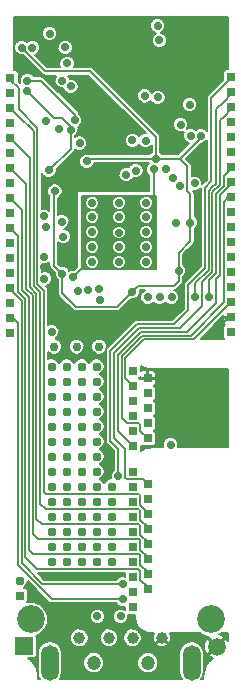
<source format=gbr>
G04 (created by PCBNEW (2013-mar-13)-testing) date Fri 20 Dec 2013 02:45:34 PM CET*
%MOIN*%
G04 Gerber Fmt 3.4, Leading zero omitted, Abs format*
%FSLAX34Y34*%
G01*
G70*
G90*
G04 APERTURE LIST*
%ADD10C,0.003937*%
%ADD11C,0.092000*%
%ADD12R,0.059100X0.059100*%
%ADD13C,0.059100*%
%ADD14C,0.030000*%
%ADD15O,0.059055X0.118110*%
%ADD16C,0.047244*%
%ADD17C,0.039370*%
%ADD18R,0.031000X0.031000*%
%ADD19C,0.031000*%
%ADD20C,0.028000*%
%ADD21C,0.006000*%
G04 APERTURE END LIST*
G54D10*
G54D11*
X31947Y-38216D03*
X25947Y-38216D03*
G54D12*
X25734Y-39108D03*
G54D13*
X32140Y-39124D03*
G54D14*
X27475Y-29125D03*
X28225Y-29125D03*
X26725Y-29125D03*
G54D15*
X31309Y-39659D03*
X26584Y-39659D03*
G54D16*
X28041Y-39659D03*
X29852Y-39659D03*
G54D17*
X27569Y-38832D03*
X28553Y-38832D03*
X29340Y-38832D03*
X30324Y-38832D03*
G54D18*
X29350Y-33290D03*
X29350Y-37790D03*
X29350Y-37290D03*
X29350Y-36790D03*
X29350Y-36290D03*
X29350Y-35790D03*
X29350Y-35290D03*
X29350Y-34790D03*
X29350Y-34290D03*
X29350Y-33790D03*
X29850Y-37198D03*
X29850Y-36698D03*
X29850Y-36198D03*
X29850Y-35698D03*
X29850Y-35198D03*
X29850Y-34698D03*
X29850Y-34198D03*
X29850Y-33698D03*
G54D19*
X26642Y-34787D03*
X27142Y-34787D03*
X27642Y-34787D03*
X28142Y-34787D03*
X28642Y-34787D03*
X27642Y-35287D03*
X28142Y-35287D03*
X28642Y-35287D03*
X27142Y-35287D03*
X26642Y-35287D03*
X26642Y-34287D03*
X27142Y-34287D03*
X27642Y-34287D03*
X28142Y-34287D03*
X28642Y-34287D03*
X26642Y-33787D03*
X27142Y-33787D03*
X27642Y-33787D03*
X28142Y-33787D03*
X28642Y-33787D03*
X26642Y-35787D03*
X26642Y-36287D03*
X27142Y-36287D03*
X27142Y-35787D03*
X27642Y-35787D03*
X27642Y-36287D03*
X28142Y-35787D03*
X28142Y-36287D03*
X28642Y-35787D03*
X28642Y-36287D03*
X26642Y-33287D03*
X27142Y-33287D03*
X27642Y-33287D03*
X28142Y-33287D03*
X28142Y-32787D03*
X27642Y-32787D03*
X27142Y-32787D03*
X26642Y-32787D03*
X26642Y-32287D03*
X27142Y-32287D03*
X27642Y-32287D03*
X28142Y-32287D03*
X28142Y-31787D03*
X27642Y-31787D03*
X27142Y-31787D03*
X26642Y-31787D03*
X26642Y-31287D03*
X27142Y-31287D03*
X27642Y-31287D03*
X28142Y-31287D03*
X28142Y-30787D03*
X27642Y-30787D03*
X27142Y-30787D03*
X26642Y-30787D03*
X26642Y-30287D03*
X27142Y-30287D03*
X27642Y-30287D03*
X27642Y-29787D03*
X27142Y-29787D03*
X26642Y-29787D03*
X28142Y-29787D03*
X28142Y-30287D03*
X25578Y-36925D03*
G54D18*
X25578Y-37425D03*
X25270Y-24180D03*
X25270Y-23680D03*
X25270Y-23180D03*
X25270Y-22680D03*
X25270Y-22180D03*
X25270Y-21680D03*
X25270Y-21180D03*
X25270Y-20680D03*
X25270Y-20180D03*
X25270Y-28680D03*
X25270Y-28180D03*
X25270Y-27680D03*
X25270Y-27180D03*
X25270Y-26680D03*
X25270Y-26180D03*
X25270Y-25680D03*
X25270Y-25180D03*
X25270Y-24680D03*
X32631Y-24152D03*
X32631Y-23652D03*
X32631Y-23152D03*
X32631Y-22652D03*
X32631Y-22152D03*
X32631Y-21652D03*
X32631Y-21152D03*
X32631Y-20652D03*
X32631Y-20152D03*
X32631Y-28652D03*
X32631Y-28152D03*
X32631Y-27652D03*
X32631Y-27152D03*
X32631Y-26652D03*
X32631Y-26152D03*
X32631Y-25652D03*
X32631Y-25152D03*
X32631Y-24652D03*
X29350Y-29930D03*
X29350Y-30430D03*
X29350Y-30930D03*
X29350Y-31430D03*
X29350Y-31930D03*
X29350Y-32430D03*
X29850Y-30180D03*
X29850Y-30680D03*
X29850Y-31180D03*
X29850Y-31680D03*
X29850Y-32180D03*
G54D20*
X31895Y-27465D03*
X30612Y-32398D03*
X30803Y-24990D03*
X27579Y-22341D03*
X26440Y-21600D03*
X29753Y-20768D03*
X30453Y-23220D03*
X26005Y-19160D03*
X31251Y-21060D03*
X30702Y-23492D03*
X32338Y-18434D03*
X26178Y-18585D03*
X26710Y-18363D03*
X28541Y-33212D03*
X27850Y-29125D03*
X26414Y-38722D03*
X27090Y-39370D03*
X27705Y-36773D03*
X27471Y-28617D03*
X31513Y-22799D03*
X27100Y-29125D03*
X26403Y-26478D03*
X26550Y-19705D03*
X30800Y-19500D03*
X31250Y-19680D03*
X31700Y-19900D03*
X27411Y-23373D03*
X32147Y-28574D03*
X31501Y-26208D03*
X28979Y-28105D03*
X25486Y-19576D03*
X28427Y-18912D03*
X31521Y-24413D03*
X28900Y-25800D03*
X28000Y-24800D03*
X29800Y-24800D03*
X28890Y-26300D03*
X29800Y-25800D03*
X28000Y-25800D03*
X27998Y-24334D03*
X29796Y-24332D03*
X28000Y-26300D03*
X29800Y-26300D03*
X29800Y-25300D03*
X28000Y-25300D03*
X28900Y-24800D03*
X28900Y-24332D03*
X28890Y-25321D03*
X29015Y-37540D03*
X29017Y-37040D03*
X30640Y-27475D03*
X30240Y-27475D03*
X29855Y-27475D03*
X26905Y-21880D03*
X26402Y-24784D03*
X26554Y-23252D03*
X25818Y-20610D03*
X27285Y-21895D03*
X26985Y-24960D03*
X25832Y-20264D03*
X27413Y-21575D03*
X27161Y-19682D03*
X30188Y-20820D03*
X27095Y-19143D03*
X27354Y-26813D03*
X30051Y-23213D03*
X26995Y-20255D03*
X27030Y-25455D03*
X27288Y-20444D03*
X26472Y-25128D03*
X26578Y-18694D03*
X31425Y-27475D03*
X31273Y-22094D03*
X30234Y-18914D03*
X31407Y-23685D03*
X28868Y-33451D03*
X30182Y-18432D03*
X30940Y-21730D03*
X30929Y-23758D03*
X28242Y-27564D03*
X28166Y-38112D03*
X27860Y-27230D03*
X26397Y-26121D03*
X27512Y-27272D03*
X26398Y-26865D03*
X28950Y-38114D03*
X26652Y-28635D03*
X26754Y-23940D03*
X31614Y-22093D03*
X30884Y-26601D03*
X26999Y-26697D03*
X31271Y-24991D03*
X25656Y-19161D03*
X29334Y-27288D03*
X30120Y-22857D03*
X27819Y-22953D03*
X28221Y-27205D03*
X29777Y-22254D03*
X29456Y-23261D03*
X29338Y-22244D03*
X29128Y-23390D03*
G54D21*
X31895Y-26910D02*
X31895Y-27465D01*
X32130Y-24345D02*
X32130Y-26675D01*
X32130Y-26675D02*
X32005Y-26800D01*
X32005Y-26800D02*
X31895Y-26910D01*
X32631Y-23152D02*
X32631Y-23199D01*
X32130Y-24345D02*
X32130Y-24345D01*
X32130Y-24030D02*
X32130Y-24345D01*
X32380Y-23780D02*
X32130Y-24030D01*
X32380Y-23450D02*
X32380Y-23780D01*
X32631Y-23199D02*
X32380Y-23450D01*
X29015Y-34040D02*
X29540Y-34040D01*
X25270Y-20227D02*
X25555Y-20512D01*
X25555Y-20512D02*
X25555Y-21211D01*
X25555Y-21211D02*
X26166Y-21822D01*
X26166Y-21822D02*
X26166Y-27038D01*
X26166Y-27038D02*
X26384Y-27256D01*
X26384Y-27256D02*
X26384Y-33973D01*
X26384Y-33973D02*
X26451Y-34040D01*
X26451Y-34040D02*
X29015Y-34040D01*
X25270Y-20180D02*
X25270Y-20227D01*
X29600Y-34408D02*
X29881Y-34689D01*
X29600Y-34100D02*
X29600Y-34408D01*
X29540Y-34040D02*
X29600Y-34100D01*
X29155Y-31680D02*
X29544Y-31680D01*
X31275Y-28755D02*
X32380Y-27650D01*
X32631Y-24152D02*
X32518Y-24152D01*
X32518Y-24152D02*
X32380Y-24290D01*
X32380Y-24290D02*
X32380Y-24455D01*
X32380Y-24455D02*
X32380Y-27650D01*
X29665Y-28755D02*
X28979Y-29440D01*
X28979Y-29440D02*
X28979Y-31504D01*
X28979Y-31504D02*
X29155Y-31680D01*
X29665Y-28755D02*
X31275Y-28755D01*
X29600Y-31930D02*
X29850Y-32180D01*
X29600Y-31736D02*
X29600Y-31930D01*
X29544Y-31680D02*
X29600Y-31736D01*
X32631Y-23652D02*
X32631Y-23709D01*
X28855Y-31935D02*
X29350Y-32430D01*
X28855Y-29390D02*
X28855Y-31935D01*
X29615Y-28630D02*
X28855Y-29390D01*
X31165Y-28630D02*
X29615Y-28630D01*
X32130Y-27665D02*
X31165Y-28630D01*
X32130Y-26855D02*
X32130Y-27665D01*
X32255Y-26730D02*
X32130Y-26855D01*
X32255Y-24400D02*
X32255Y-26730D01*
X32255Y-24400D02*
X32255Y-24400D01*
X32255Y-24085D02*
X32255Y-24400D01*
X32631Y-23709D02*
X32255Y-24085D01*
X32631Y-28152D02*
X32569Y-28152D01*
X32569Y-28152D02*
X32147Y-28574D01*
X32631Y-28152D02*
X32588Y-28152D01*
X32631Y-28152D02*
X32559Y-28152D01*
X25270Y-28180D02*
X25359Y-28180D01*
X26642Y-37540D02*
X29015Y-37540D01*
X25517Y-36415D02*
X26642Y-37540D01*
X25517Y-28338D02*
X25517Y-36415D01*
X25359Y-28180D02*
X25517Y-28338D01*
X25270Y-27180D02*
X25270Y-27218D01*
X26337Y-37040D02*
X29017Y-37040D01*
X25644Y-36347D02*
X26337Y-37040D01*
X25644Y-27592D02*
X25644Y-36347D01*
X25270Y-27218D02*
X25644Y-27592D01*
X29350Y-30430D02*
X29349Y-30430D01*
X29102Y-29498D02*
X29152Y-29448D01*
X29102Y-30183D02*
X29102Y-29498D01*
X29349Y-30430D02*
X29102Y-30183D01*
X31345Y-28880D02*
X31403Y-28880D01*
X29152Y-29448D02*
X29720Y-28880D01*
X29720Y-28880D02*
X31345Y-28880D01*
X31403Y-28880D02*
X32631Y-27652D01*
X29350Y-30430D02*
X29350Y-30380D01*
X29012Y-35037D02*
X29545Y-35037D01*
X25916Y-25278D02*
X25916Y-27146D01*
X25916Y-27146D02*
X26135Y-27365D01*
X26135Y-27365D02*
X26135Y-34857D01*
X26135Y-34857D02*
X26315Y-35037D01*
X25916Y-25278D02*
X25916Y-22872D01*
X25270Y-22180D02*
X25916Y-22826D01*
X25916Y-22872D02*
X25916Y-22826D01*
X26315Y-35037D02*
X29012Y-35037D01*
X29850Y-35642D02*
X29850Y-35698D01*
X29600Y-35392D02*
X29850Y-35642D01*
X29600Y-35092D02*
X29600Y-35392D01*
X29545Y-35037D02*
X29600Y-35092D01*
X29600Y-35590D02*
X29600Y-35582D01*
X29600Y-35590D02*
X29600Y-35892D01*
X29600Y-35892D02*
X29850Y-36142D01*
X29850Y-36198D02*
X29850Y-36142D01*
X26193Y-35540D02*
X26010Y-35357D01*
X29558Y-35540D02*
X26193Y-35540D01*
X29600Y-35582D02*
X29558Y-35540D01*
X27285Y-22521D02*
X27285Y-21895D01*
X26554Y-23252D02*
X27285Y-22521D01*
X26010Y-35357D02*
X26010Y-27419D01*
X25790Y-27199D02*
X26010Y-27419D01*
X25790Y-25331D02*
X25790Y-27199D01*
X25270Y-23180D02*
X25790Y-23700D01*
X25790Y-25331D02*
X25790Y-23700D01*
X27285Y-21895D02*
X27285Y-21803D01*
X26711Y-21503D02*
X25818Y-20610D01*
X26985Y-21503D02*
X26711Y-21503D01*
X27285Y-21803D02*
X26985Y-21503D01*
X27413Y-21575D02*
X27413Y-21388D01*
X26289Y-20264D02*
X25832Y-20264D01*
X27413Y-21388D02*
X26289Y-20264D01*
X29564Y-36040D02*
X26009Y-36040D01*
X29564Y-36040D02*
X29600Y-36076D01*
X29600Y-36076D02*
X29600Y-36392D01*
X29600Y-36392D02*
X29850Y-36642D01*
X29850Y-36698D02*
X29850Y-36642D01*
X26009Y-36040D02*
X25887Y-35918D01*
X25887Y-27477D02*
X25887Y-35918D01*
X25650Y-25380D02*
X25650Y-24560D01*
X25650Y-24560D02*
X25270Y-24180D01*
X25650Y-25404D02*
X25650Y-25380D01*
X25650Y-25404D02*
X25650Y-27240D01*
X25650Y-27240D02*
X25887Y-27477D01*
X25887Y-27477D02*
X25889Y-27477D01*
X25889Y-27477D02*
X25887Y-27477D01*
X27354Y-26813D02*
X27357Y-26813D01*
X30050Y-23215D02*
X30051Y-23213D01*
X30050Y-25900D02*
X30050Y-23215D01*
X29910Y-26040D02*
X30050Y-25900D01*
X27920Y-26040D02*
X29910Y-26040D01*
X27750Y-26210D02*
X27920Y-26040D01*
X27750Y-26420D02*
X27750Y-26210D01*
X27357Y-26813D02*
X27750Y-26420D01*
X30051Y-23213D02*
X30050Y-23213D01*
X32255Y-23395D02*
X32255Y-21580D01*
X32255Y-21580D02*
X32380Y-21455D01*
X29100Y-33485D02*
X29100Y-33492D01*
X32000Y-26625D02*
X31660Y-26965D01*
X31660Y-26965D02*
X31660Y-27770D01*
X31660Y-27770D02*
X30925Y-28505D01*
X30925Y-28505D02*
X29560Y-28505D01*
X29560Y-28505D02*
X28730Y-29335D01*
X28730Y-29335D02*
X28730Y-32180D01*
X28730Y-32180D02*
X29100Y-32550D01*
X29100Y-32550D02*
X29100Y-33485D01*
X32005Y-24295D02*
X32005Y-26625D01*
X32005Y-26625D02*
X32000Y-26625D01*
X29692Y-33540D02*
X29850Y-33698D01*
X29148Y-33540D02*
X29692Y-33540D01*
X29100Y-33492D02*
X29148Y-33540D01*
X32631Y-21204D02*
X32380Y-21455D01*
X32631Y-21152D02*
X32631Y-21204D01*
X32255Y-23395D02*
X32255Y-23730D01*
X32255Y-23730D02*
X32005Y-23980D01*
X32005Y-23980D02*
X32005Y-24295D01*
X32005Y-24295D02*
X32005Y-24295D01*
X32116Y-21219D02*
X32116Y-23694D01*
X32116Y-23694D02*
X32005Y-23805D01*
X31880Y-26570D02*
X31875Y-26570D01*
X32631Y-20704D02*
X32380Y-20955D01*
X32380Y-20955D02*
X32380Y-20955D01*
X32380Y-20955D02*
X32116Y-21219D01*
X32005Y-23805D02*
X31880Y-23930D01*
X31880Y-23930D02*
X31880Y-24240D01*
X31880Y-24240D02*
X31880Y-24240D01*
X31880Y-24240D02*
X31880Y-26570D01*
X32631Y-20652D02*
X32631Y-20704D01*
X31425Y-27020D02*
X31425Y-27475D01*
X31875Y-26570D02*
X31425Y-27020D01*
X28868Y-33451D02*
X28868Y-32550D01*
X28868Y-32550D02*
X28600Y-32282D01*
X31969Y-20845D02*
X31969Y-23617D01*
X31969Y-23617D02*
X31755Y-23832D01*
X31185Y-27075D02*
X31185Y-27915D01*
X31185Y-27915D02*
X30720Y-28380D01*
X30720Y-28380D02*
X29505Y-28380D01*
X29505Y-28380D02*
X28600Y-29285D01*
X28600Y-29285D02*
X28600Y-32282D01*
X32631Y-20152D02*
X32631Y-20184D01*
X31755Y-23832D02*
X31755Y-26505D01*
X32631Y-20184D02*
X31969Y-20845D01*
X31755Y-26505D02*
X31185Y-27075D01*
X29018Y-36539D02*
X29539Y-36539D01*
X29539Y-36539D02*
X29600Y-36600D01*
X29600Y-36600D02*
X29600Y-36890D01*
X29600Y-36890D02*
X29850Y-37140D01*
X29850Y-37140D02*
X29850Y-37198D01*
X29018Y-36539D02*
X29017Y-36540D01*
X29017Y-36540D02*
X26154Y-36540D01*
X26154Y-36540D02*
X25766Y-36152D01*
X25766Y-27533D02*
X25766Y-36152D01*
X25520Y-25430D02*
X25520Y-27287D01*
X25520Y-27287D02*
X25766Y-27533D01*
X25766Y-27533D02*
X25766Y-27533D01*
X25766Y-27533D02*
X25766Y-27533D01*
X25520Y-25430D02*
X25270Y-25180D01*
X26999Y-26697D02*
X26991Y-26697D01*
X26716Y-23978D02*
X26754Y-23940D01*
X26716Y-26422D02*
X26716Y-23978D01*
X26991Y-26697D02*
X26716Y-26422D01*
X30120Y-22857D02*
X30120Y-22130D01*
X26437Y-19942D02*
X25656Y-19161D01*
X27932Y-19942D02*
X26437Y-19942D01*
X30120Y-22130D02*
X27932Y-19942D01*
X31271Y-24991D02*
X31271Y-24053D01*
X31170Y-23095D02*
X30932Y-22857D01*
X31170Y-23952D02*
X31170Y-23095D01*
X31271Y-24053D02*
X31170Y-23952D01*
X31614Y-22093D02*
X31614Y-22175D01*
X31614Y-22175D02*
X30932Y-22857D01*
X30932Y-22857D02*
X30120Y-22857D01*
X31271Y-25600D02*
X31271Y-24991D01*
X30884Y-25987D02*
X31271Y-25600D01*
X30884Y-26601D02*
X30884Y-25987D01*
X30884Y-26601D02*
X30884Y-26926D01*
X30884Y-26926D02*
X30710Y-27100D01*
X26999Y-26697D02*
X26997Y-26697D01*
X26999Y-26697D02*
X26999Y-27345D01*
X26999Y-27345D02*
X27009Y-27355D01*
X27452Y-27798D02*
X28824Y-27798D01*
X28824Y-27798D02*
X29334Y-27288D01*
X27452Y-27798D02*
X27009Y-27355D01*
X29700Y-27100D02*
X30710Y-27100D01*
X29334Y-27288D02*
X29522Y-27100D01*
X29522Y-27100D02*
X29700Y-27100D01*
X27915Y-22857D02*
X30120Y-22857D01*
X27819Y-22953D02*
X27915Y-22857D01*
X29017Y-34539D02*
X29547Y-34539D01*
X26260Y-34354D02*
X26260Y-27313D01*
X26260Y-27313D02*
X26044Y-27097D01*
X26044Y-27097D02*
X26044Y-25230D01*
X26044Y-25230D02*
X26042Y-25228D01*
X25270Y-21180D02*
X25523Y-21433D01*
X26042Y-21952D02*
X25523Y-21433D01*
X26042Y-25228D02*
X26042Y-21952D01*
X27228Y-34539D02*
X26445Y-34539D01*
X28643Y-34539D02*
X27228Y-34539D01*
X29017Y-34539D02*
X28643Y-34539D01*
X26445Y-34539D02*
X26260Y-34354D01*
X29850Y-35144D02*
X29850Y-35198D01*
X29600Y-34894D02*
X29850Y-35144D01*
X29600Y-34592D02*
X29600Y-34894D01*
X29547Y-34539D02*
X29600Y-34592D01*
G54D10*
G36*
X29080Y-36790D02*
X29067Y-36785D01*
X28966Y-36784D01*
X28872Y-36823D01*
X28801Y-36895D01*
X26397Y-36895D01*
X26187Y-36685D01*
X29017Y-36685D01*
X29017Y-36684D01*
X29022Y-36684D01*
X29022Y-36684D01*
X29080Y-36684D01*
X29080Y-36790D01*
X29080Y-36790D01*
G37*
G54D21*
X29080Y-36790D02*
X29067Y-36785D01*
X28966Y-36784D01*
X28872Y-36823D01*
X28801Y-36895D01*
X26397Y-36895D01*
X26187Y-36685D01*
X29017Y-36685D01*
X29017Y-36684D01*
X29022Y-36684D01*
X29022Y-36684D01*
X29080Y-36684D01*
X29080Y-36790D01*
G54D10*
G36*
X31610Y-26444D02*
X31082Y-26972D01*
X31051Y-27019D01*
X31049Y-27028D01*
X31040Y-27075D01*
X31040Y-27854D01*
X30659Y-28235D01*
X30280Y-28235D01*
X29505Y-28235D01*
X29449Y-28246D01*
X29402Y-28277D01*
X28497Y-29182D01*
X28472Y-29219D01*
X28489Y-29177D01*
X28490Y-29072D01*
X28449Y-28975D01*
X28375Y-28900D01*
X28277Y-28860D01*
X28172Y-28859D01*
X28075Y-28900D01*
X28000Y-28974D01*
X27960Y-29072D01*
X27959Y-29177D01*
X28000Y-29274D01*
X28074Y-29349D01*
X28172Y-29389D01*
X28277Y-29390D01*
X28374Y-29349D01*
X28449Y-29275D01*
X28463Y-29241D01*
X28455Y-29285D01*
X28455Y-32282D01*
X28464Y-32328D01*
X28466Y-32337D01*
X28497Y-32384D01*
X28723Y-32610D01*
X28723Y-33235D01*
X28651Y-33306D01*
X28613Y-33400D01*
X28612Y-33501D01*
X28619Y-33516D01*
X28588Y-33516D01*
X28489Y-33557D01*
X28413Y-33633D01*
X28391Y-33685D01*
X28371Y-33634D01*
X28295Y-33558D01*
X28243Y-33536D01*
X28294Y-33516D01*
X28370Y-33440D01*
X28411Y-33340D01*
X28412Y-33233D01*
X28371Y-33134D01*
X28295Y-33058D01*
X28243Y-33036D01*
X28294Y-33016D01*
X28370Y-32940D01*
X28411Y-32840D01*
X28412Y-32733D01*
X28371Y-32634D01*
X28295Y-32558D01*
X28243Y-32536D01*
X28294Y-32516D01*
X28370Y-32440D01*
X28411Y-32340D01*
X28412Y-32233D01*
X28371Y-32134D01*
X28295Y-32058D01*
X28243Y-32036D01*
X28294Y-32016D01*
X28370Y-31940D01*
X28411Y-31840D01*
X28412Y-31733D01*
X28371Y-31634D01*
X28295Y-31558D01*
X28243Y-31536D01*
X28294Y-31516D01*
X28370Y-31440D01*
X28411Y-31340D01*
X28412Y-31233D01*
X28371Y-31134D01*
X28295Y-31058D01*
X28243Y-31036D01*
X28294Y-31016D01*
X28370Y-30940D01*
X28411Y-30840D01*
X28412Y-30733D01*
X28371Y-30634D01*
X28295Y-30558D01*
X28243Y-30536D01*
X28294Y-30516D01*
X28370Y-30440D01*
X28411Y-30340D01*
X28412Y-30233D01*
X28371Y-30134D01*
X28295Y-30058D01*
X28243Y-30036D01*
X28294Y-30016D01*
X28370Y-29940D01*
X28411Y-29840D01*
X28412Y-29733D01*
X28371Y-29634D01*
X28295Y-29558D01*
X28195Y-29517D01*
X28088Y-29516D01*
X27989Y-29557D01*
X27913Y-29633D01*
X27891Y-29685D01*
X27871Y-29634D01*
X27795Y-29558D01*
X27740Y-29535D01*
X27740Y-29072D01*
X27699Y-28975D01*
X27625Y-28900D01*
X27527Y-28860D01*
X27422Y-28859D01*
X27325Y-28900D01*
X27250Y-28974D01*
X27210Y-29072D01*
X27209Y-29177D01*
X27250Y-29274D01*
X27324Y-29349D01*
X27422Y-29389D01*
X27527Y-29390D01*
X27624Y-29349D01*
X27699Y-29275D01*
X27739Y-29177D01*
X27740Y-29072D01*
X27740Y-29535D01*
X27695Y-29517D01*
X27588Y-29516D01*
X27489Y-29557D01*
X27413Y-29633D01*
X27391Y-29685D01*
X27371Y-29634D01*
X27295Y-29558D01*
X27195Y-29517D01*
X27088Y-29516D01*
X26989Y-29557D01*
X26913Y-29633D01*
X26891Y-29685D01*
X26871Y-29634D01*
X26795Y-29558D01*
X26695Y-29517D01*
X26588Y-29516D01*
X26529Y-29541D01*
X26529Y-29303D01*
X26574Y-29349D01*
X26672Y-29389D01*
X26777Y-29390D01*
X26874Y-29349D01*
X26949Y-29275D01*
X26989Y-29177D01*
X26990Y-29072D01*
X26949Y-28975D01*
X26875Y-28900D01*
X26777Y-28860D01*
X26775Y-28860D01*
X26796Y-28851D01*
X26868Y-28779D01*
X26906Y-28685D01*
X26907Y-28584D01*
X26868Y-28490D01*
X26796Y-28418D01*
X26702Y-28380D01*
X26601Y-28379D01*
X26529Y-28409D01*
X26529Y-27256D01*
X26517Y-27200D01*
X26517Y-27200D01*
X26507Y-27184D01*
X26486Y-27153D01*
X26486Y-27153D01*
X26451Y-27118D01*
X26542Y-27081D01*
X26614Y-27009D01*
X26652Y-26915D01*
X26653Y-26814D01*
X26614Y-26720D01*
X26542Y-26648D01*
X26448Y-26610D01*
X26347Y-26609D01*
X26311Y-26625D01*
X26311Y-26361D01*
X26346Y-26375D01*
X26447Y-26376D01*
X26541Y-26337D01*
X26571Y-26307D01*
X26571Y-26422D01*
X26580Y-26468D01*
X26582Y-26477D01*
X26613Y-26524D01*
X26744Y-26655D01*
X26743Y-26747D01*
X26782Y-26841D01*
X26854Y-26912D01*
X26854Y-27345D01*
X26863Y-27391D01*
X26865Y-27400D01*
X26896Y-27447D01*
X26906Y-27457D01*
X27349Y-27900D01*
X27349Y-27900D01*
X27380Y-27921D01*
X27396Y-27931D01*
X27396Y-27931D01*
X27452Y-27943D01*
X28824Y-27943D01*
X28824Y-27942D01*
X28870Y-27933D01*
X28879Y-27931D01*
X28879Y-27931D01*
X28926Y-27900D01*
X29284Y-27542D01*
X29384Y-27543D01*
X29478Y-27504D01*
X29550Y-27432D01*
X29588Y-27338D01*
X29589Y-27245D01*
X29700Y-27245D01*
X29743Y-27245D01*
X29710Y-27258D01*
X29638Y-27330D01*
X29600Y-27424D01*
X29599Y-27525D01*
X29638Y-27619D01*
X29710Y-27691D01*
X29804Y-27729D01*
X29905Y-27730D01*
X29999Y-27691D01*
X30047Y-27643D01*
X30095Y-27691D01*
X30189Y-27729D01*
X30280Y-27730D01*
X30290Y-27730D01*
X30384Y-27691D01*
X30440Y-27635D01*
X30495Y-27691D01*
X30589Y-27729D01*
X30690Y-27730D01*
X30784Y-27691D01*
X30856Y-27619D01*
X30894Y-27525D01*
X30895Y-27424D01*
X30856Y-27330D01*
X30784Y-27258D01*
X30737Y-27239D01*
X30756Y-27235D01*
X30765Y-27233D01*
X30765Y-27233D01*
X30812Y-27202D01*
X30986Y-27028D01*
X30986Y-27028D01*
X31017Y-26981D01*
X31017Y-26981D01*
X31029Y-26926D01*
X31029Y-26816D01*
X31100Y-26745D01*
X31138Y-26651D01*
X31139Y-26550D01*
X31100Y-26456D01*
X31029Y-26385D01*
X31029Y-26047D01*
X31373Y-25702D01*
X31373Y-25702D01*
X31404Y-25655D01*
X31416Y-25600D01*
X31416Y-25206D01*
X31487Y-25135D01*
X31525Y-25041D01*
X31526Y-24940D01*
X31487Y-24846D01*
X31416Y-24775D01*
X31416Y-24053D01*
X31404Y-23997D01*
X31404Y-23997D01*
X31394Y-23981D01*
X31373Y-23950D01*
X31373Y-23950D01*
X31363Y-23939D01*
X31457Y-23940D01*
X31551Y-23901D01*
X31610Y-23842D01*
X31610Y-26444D01*
X31610Y-26444D01*
G37*
G54D21*
X31610Y-26444D02*
X31082Y-26972D01*
X31051Y-27019D01*
X31049Y-27028D01*
X31040Y-27075D01*
X31040Y-27854D01*
X30659Y-28235D01*
X30280Y-28235D01*
X29505Y-28235D01*
X29449Y-28246D01*
X29402Y-28277D01*
X28497Y-29182D01*
X28472Y-29219D01*
X28489Y-29177D01*
X28490Y-29072D01*
X28449Y-28975D01*
X28375Y-28900D01*
X28277Y-28860D01*
X28172Y-28859D01*
X28075Y-28900D01*
X28000Y-28974D01*
X27960Y-29072D01*
X27959Y-29177D01*
X28000Y-29274D01*
X28074Y-29349D01*
X28172Y-29389D01*
X28277Y-29390D01*
X28374Y-29349D01*
X28449Y-29275D01*
X28463Y-29241D01*
X28455Y-29285D01*
X28455Y-32282D01*
X28464Y-32328D01*
X28466Y-32337D01*
X28497Y-32384D01*
X28723Y-32610D01*
X28723Y-33235D01*
X28651Y-33306D01*
X28613Y-33400D01*
X28612Y-33501D01*
X28619Y-33516D01*
X28588Y-33516D01*
X28489Y-33557D01*
X28413Y-33633D01*
X28391Y-33685D01*
X28371Y-33634D01*
X28295Y-33558D01*
X28243Y-33536D01*
X28294Y-33516D01*
X28370Y-33440D01*
X28411Y-33340D01*
X28412Y-33233D01*
X28371Y-33134D01*
X28295Y-33058D01*
X28243Y-33036D01*
X28294Y-33016D01*
X28370Y-32940D01*
X28411Y-32840D01*
X28412Y-32733D01*
X28371Y-32634D01*
X28295Y-32558D01*
X28243Y-32536D01*
X28294Y-32516D01*
X28370Y-32440D01*
X28411Y-32340D01*
X28412Y-32233D01*
X28371Y-32134D01*
X28295Y-32058D01*
X28243Y-32036D01*
X28294Y-32016D01*
X28370Y-31940D01*
X28411Y-31840D01*
X28412Y-31733D01*
X28371Y-31634D01*
X28295Y-31558D01*
X28243Y-31536D01*
X28294Y-31516D01*
X28370Y-31440D01*
X28411Y-31340D01*
X28412Y-31233D01*
X28371Y-31134D01*
X28295Y-31058D01*
X28243Y-31036D01*
X28294Y-31016D01*
X28370Y-30940D01*
X28411Y-30840D01*
X28412Y-30733D01*
X28371Y-30634D01*
X28295Y-30558D01*
X28243Y-30536D01*
X28294Y-30516D01*
X28370Y-30440D01*
X28411Y-30340D01*
X28412Y-30233D01*
X28371Y-30134D01*
X28295Y-30058D01*
X28243Y-30036D01*
X28294Y-30016D01*
X28370Y-29940D01*
X28411Y-29840D01*
X28412Y-29733D01*
X28371Y-29634D01*
X28295Y-29558D01*
X28195Y-29517D01*
X28088Y-29516D01*
X27989Y-29557D01*
X27913Y-29633D01*
X27891Y-29685D01*
X27871Y-29634D01*
X27795Y-29558D01*
X27740Y-29535D01*
X27740Y-29072D01*
X27699Y-28975D01*
X27625Y-28900D01*
X27527Y-28860D01*
X27422Y-28859D01*
X27325Y-28900D01*
X27250Y-28974D01*
X27210Y-29072D01*
X27209Y-29177D01*
X27250Y-29274D01*
X27324Y-29349D01*
X27422Y-29389D01*
X27527Y-29390D01*
X27624Y-29349D01*
X27699Y-29275D01*
X27739Y-29177D01*
X27740Y-29072D01*
X27740Y-29535D01*
X27695Y-29517D01*
X27588Y-29516D01*
X27489Y-29557D01*
X27413Y-29633D01*
X27391Y-29685D01*
X27371Y-29634D01*
X27295Y-29558D01*
X27195Y-29517D01*
X27088Y-29516D01*
X26989Y-29557D01*
X26913Y-29633D01*
X26891Y-29685D01*
X26871Y-29634D01*
X26795Y-29558D01*
X26695Y-29517D01*
X26588Y-29516D01*
X26529Y-29541D01*
X26529Y-29303D01*
X26574Y-29349D01*
X26672Y-29389D01*
X26777Y-29390D01*
X26874Y-29349D01*
X26949Y-29275D01*
X26989Y-29177D01*
X26990Y-29072D01*
X26949Y-28975D01*
X26875Y-28900D01*
X26777Y-28860D01*
X26775Y-28860D01*
X26796Y-28851D01*
X26868Y-28779D01*
X26906Y-28685D01*
X26907Y-28584D01*
X26868Y-28490D01*
X26796Y-28418D01*
X26702Y-28380D01*
X26601Y-28379D01*
X26529Y-28409D01*
X26529Y-27256D01*
X26517Y-27200D01*
X26517Y-27200D01*
X26507Y-27184D01*
X26486Y-27153D01*
X26486Y-27153D01*
X26451Y-27118D01*
X26542Y-27081D01*
X26614Y-27009D01*
X26652Y-26915D01*
X26653Y-26814D01*
X26614Y-26720D01*
X26542Y-26648D01*
X26448Y-26610D01*
X26347Y-26609D01*
X26311Y-26625D01*
X26311Y-26361D01*
X26346Y-26375D01*
X26447Y-26376D01*
X26541Y-26337D01*
X26571Y-26307D01*
X26571Y-26422D01*
X26580Y-26468D01*
X26582Y-26477D01*
X26613Y-26524D01*
X26744Y-26655D01*
X26743Y-26747D01*
X26782Y-26841D01*
X26854Y-26912D01*
X26854Y-27345D01*
X26863Y-27391D01*
X26865Y-27400D01*
X26896Y-27447D01*
X26906Y-27457D01*
X27349Y-27900D01*
X27349Y-27900D01*
X27380Y-27921D01*
X27396Y-27931D01*
X27396Y-27931D01*
X27452Y-27943D01*
X28824Y-27943D01*
X28824Y-27942D01*
X28870Y-27933D01*
X28879Y-27931D01*
X28879Y-27931D01*
X28926Y-27900D01*
X29284Y-27542D01*
X29384Y-27543D01*
X29478Y-27504D01*
X29550Y-27432D01*
X29588Y-27338D01*
X29589Y-27245D01*
X29700Y-27245D01*
X29743Y-27245D01*
X29710Y-27258D01*
X29638Y-27330D01*
X29600Y-27424D01*
X29599Y-27525D01*
X29638Y-27619D01*
X29710Y-27691D01*
X29804Y-27729D01*
X29905Y-27730D01*
X29999Y-27691D01*
X30047Y-27643D01*
X30095Y-27691D01*
X30189Y-27729D01*
X30280Y-27730D01*
X30290Y-27730D01*
X30384Y-27691D01*
X30440Y-27635D01*
X30495Y-27691D01*
X30589Y-27729D01*
X30690Y-27730D01*
X30784Y-27691D01*
X30856Y-27619D01*
X30894Y-27525D01*
X30895Y-27424D01*
X30856Y-27330D01*
X30784Y-27258D01*
X30737Y-27239D01*
X30756Y-27235D01*
X30765Y-27233D01*
X30765Y-27233D01*
X30812Y-27202D01*
X30986Y-27028D01*
X30986Y-27028D01*
X31017Y-26981D01*
X31017Y-26981D01*
X31029Y-26926D01*
X31029Y-26816D01*
X31100Y-26745D01*
X31138Y-26651D01*
X31139Y-26550D01*
X31100Y-26456D01*
X31029Y-26385D01*
X31029Y-26047D01*
X31373Y-25702D01*
X31373Y-25702D01*
X31404Y-25655D01*
X31416Y-25600D01*
X31416Y-25206D01*
X31487Y-25135D01*
X31525Y-25041D01*
X31526Y-24940D01*
X31487Y-24846D01*
X31416Y-24775D01*
X31416Y-24053D01*
X31404Y-23997D01*
X31404Y-23997D01*
X31394Y-23981D01*
X31373Y-23950D01*
X31373Y-23950D01*
X31363Y-23939D01*
X31457Y-23940D01*
X31551Y-23901D01*
X31610Y-23842D01*
X31610Y-26444D01*
G54D10*
G36*
X31824Y-23557D02*
X31661Y-23719D01*
X31662Y-23634D01*
X31623Y-23540D01*
X31551Y-23468D01*
X31457Y-23430D01*
X31356Y-23429D01*
X31315Y-23447D01*
X31315Y-23095D01*
X31303Y-23039D01*
X31303Y-23039D01*
X31293Y-23023D01*
X31272Y-22992D01*
X31272Y-22992D01*
X31137Y-22856D01*
X31646Y-22348D01*
X31664Y-22348D01*
X31758Y-22309D01*
X31824Y-22243D01*
X31824Y-23557D01*
X31824Y-23557D01*
G37*
G54D21*
X31824Y-23557D02*
X31661Y-23719D01*
X31662Y-23634D01*
X31623Y-23540D01*
X31551Y-23468D01*
X31457Y-23430D01*
X31356Y-23429D01*
X31315Y-23447D01*
X31315Y-23095D01*
X31303Y-23039D01*
X31303Y-23039D01*
X31293Y-23023D01*
X31272Y-22992D01*
X31272Y-22992D01*
X31137Y-22856D01*
X31646Y-22348D01*
X31664Y-22348D01*
X31758Y-22309D01*
X31824Y-22243D01*
X31824Y-23557D01*
G54D10*
G36*
X32510Y-19882D02*
X32453Y-19882D01*
X32410Y-19899D01*
X32378Y-19931D01*
X32361Y-19974D01*
X32361Y-20019D01*
X32361Y-20248D01*
X31866Y-20742D01*
X31835Y-20790D01*
X31833Y-20799D01*
X31824Y-20845D01*
X31824Y-21942D01*
X31758Y-21876D01*
X31664Y-21838D01*
X31563Y-21837D01*
X31506Y-21861D01*
X31506Y-21009D01*
X31467Y-20915D01*
X31395Y-20843D01*
X31301Y-20805D01*
X31200Y-20804D01*
X31106Y-20843D01*
X31034Y-20915D01*
X30996Y-21009D01*
X30995Y-21110D01*
X31034Y-21204D01*
X31106Y-21276D01*
X31200Y-21314D01*
X31301Y-21315D01*
X31395Y-21276D01*
X31467Y-21204D01*
X31505Y-21110D01*
X31506Y-21009D01*
X31506Y-21861D01*
X31469Y-21876D01*
X31443Y-21903D01*
X31417Y-21877D01*
X31323Y-21839D01*
X31222Y-21838D01*
X31160Y-21864D01*
X31194Y-21780D01*
X31195Y-21679D01*
X31156Y-21585D01*
X31084Y-21513D01*
X30990Y-21475D01*
X30889Y-21474D01*
X30795Y-21513D01*
X30723Y-21585D01*
X30685Y-21679D01*
X30684Y-21780D01*
X30723Y-21874D01*
X30795Y-21946D01*
X30889Y-21984D01*
X30990Y-21985D01*
X31052Y-21959D01*
X31018Y-22043D01*
X31017Y-22144D01*
X31056Y-22238D01*
X31128Y-22310D01*
X31222Y-22348D01*
X31234Y-22348D01*
X30871Y-22712D01*
X30489Y-22712D01*
X30489Y-18863D01*
X30450Y-18769D01*
X30378Y-18697D01*
X30292Y-18662D01*
X30326Y-18648D01*
X30398Y-18576D01*
X30436Y-18482D01*
X30437Y-18381D01*
X30398Y-18287D01*
X30326Y-18215D01*
X30232Y-18177D01*
X30131Y-18176D01*
X30037Y-18215D01*
X29965Y-18287D01*
X29927Y-18381D01*
X29926Y-18482D01*
X29965Y-18576D01*
X30037Y-18648D01*
X30123Y-18683D01*
X30089Y-18697D01*
X30017Y-18769D01*
X29979Y-18863D01*
X29978Y-18964D01*
X30017Y-19058D01*
X30089Y-19130D01*
X30183Y-19168D01*
X30284Y-19169D01*
X30378Y-19130D01*
X30450Y-19058D01*
X30488Y-18964D01*
X30489Y-18863D01*
X30489Y-22712D01*
X30443Y-22712D01*
X30443Y-20769D01*
X30404Y-20675D01*
X30332Y-20603D01*
X30238Y-20565D01*
X30137Y-20564D01*
X30043Y-20603D01*
X29985Y-20662D01*
X29969Y-20623D01*
X29897Y-20551D01*
X29803Y-20513D01*
X29702Y-20512D01*
X29608Y-20551D01*
X29536Y-20623D01*
X29498Y-20717D01*
X29497Y-20818D01*
X29536Y-20912D01*
X29608Y-20984D01*
X29702Y-21022D01*
X29803Y-21023D01*
X29897Y-20984D01*
X29955Y-20925D01*
X29971Y-20964D01*
X30043Y-21036D01*
X30137Y-21074D01*
X30238Y-21075D01*
X30332Y-21036D01*
X30404Y-20964D01*
X30442Y-20870D01*
X30443Y-20769D01*
X30443Y-22712D01*
X30335Y-22712D01*
X30265Y-22641D01*
X30265Y-22130D01*
X30255Y-22083D01*
X30253Y-22074D01*
X30253Y-22074D01*
X30222Y-22027D01*
X30222Y-22027D01*
X28034Y-19839D01*
X27987Y-19808D01*
X27978Y-19806D01*
X27932Y-19797D01*
X27389Y-19797D01*
X27415Y-19732D01*
X27416Y-19631D01*
X27377Y-19537D01*
X27350Y-19510D01*
X27350Y-19092D01*
X27311Y-18998D01*
X27239Y-18926D01*
X27145Y-18888D01*
X27044Y-18887D01*
X26950Y-18926D01*
X26878Y-18998D01*
X26840Y-19092D01*
X26839Y-19193D01*
X26878Y-19287D01*
X26950Y-19359D01*
X27044Y-19397D01*
X27145Y-19398D01*
X27239Y-19359D01*
X27311Y-19287D01*
X27349Y-19193D01*
X27350Y-19092D01*
X27350Y-19510D01*
X27305Y-19465D01*
X27211Y-19427D01*
X27110Y-19426D01*
X27016Y-19465D01*
X26944Y-19537D01*
X26906Y-19631D01*
X26905Y-19732D01*
X26932Y-19797D01*
X26833Y-19797D01*
X26833Y-18643D01*
X26794Y-18549D01*
X26722Y-18477D01*
X26628Y-18439D01*
X26527Y-18438D01*
X26433Y-18477D01*
X26361Y-18549D01*
X26323Y-18643D01*
X26322Y-18744D01*
X26361Y-18838D01*
X26433Y-18910D01*
X26527Y-18948D01*
X26628Y-18949D01*
X26722Y-18910D01*
X26794Y-18838D01*
X26832Y-18744D01*
X26833Y-18643D01*
X26833Y-19797D01*
X26497Y-19797D01*
X26097Y-19397D01*
X26149Y-19376D01*
X26221Y-19304D01*
X26259Y-19210D01*
X26260Y-19109D01*
X26221Y-19015D01*
X26149Y-18943D01*
X26055Y-18905D01*
X25954Y-18904D01*
X25860Y-18943D01*
X25830Y-18974D01*
X25800Y-18944D01*
X25706Y-18906D01*
X25605Y-18905D01*
X25511Y-18944D01*
X25439Y-19016D01*
X25401Y-19110D01*
X25400Y-19211D01*
X25439Y-19305D01*
X25511Y-19377D01*
X25605Y-19415D01*
X25705Y-19416D01*
X26334Y-20044D01*
X26381Y-20075D01*
X26381Y-20075D01*
X26390Y-20077D01*
X26437Y-20087D01*
X26802Y-20087D01*
X26778Y-20110D01*
X26740Y-20204D01*
X26739Y-20305D01*
X26778Y-20399D01*
X26850Y-20471D01*
X26944Y-20509D01*
X27039Y-20510D01*
X27071Y-20588D01*
X27143Y-20660D01*
X27237Y-20698D01*
X27338Y-20699D01*
X27432Y-20660D01*
X27504Y-20588D01*
X27542Y-20494D01*
X27543Y-20393D01*
X27504Y-20299D01*
X27432Y-20227D01*
X27338Y-20189D01*
X27243Y-20188D01*
X27211Y-20110D01*
X27187Y-20087D01*
X27871Y-20087D01*
X29783Y-21999D01*
X29726Y-21998D01*
X29632Y-22037D01*
X29560Y-22109D01*
X29559Y-22112D01*
X29554Y-22099D01*
X29482Y-22027D01*
X29388Y-21989D01*
X29287Y-21988D01*
X29193Y-22027D01*
X29121Y-22099D01*
X29083Y-22193D01*
X29082Y-22294D01*
X29121Y-22388D01*
X29193Y-22460D01*
X29287Y-22498D01*
X29388Y-22499D01*
X29482Y-22460D01*
X29554Y-22388D01*
X29555Y-22385D01*
X29560Y-22398D01*
X29632Y-22470D01*
X29726Y-22508D01*
X29827Y-22509D01*
X29921Y-22470D01*
X29975Y-22416D01*
X29975Y-22641D01*
X29904Y-22712D01*
X27915Y-22712D01*
X27907Y-22713D01*
X27869Y-22698D01*
X27768Y-22697D01*
X27674Y-22736D01*
X27602Y-22808D01*
X27564Y-22902D01*
X27563Y-23003D01*
X27602Y-23097D01*
X27674Y-23169D01*
X27768Y-23207D01*
X27869Y-23208D01*
X27963Y-23169D01*
X28035Y-23097D01*
X28073Y-23003D01*
X28073Y-23002D01*
X29902Y-23002D01*
X29835Y-23068D01*
X29796Y-23162D01*
X29796Y-23264D01*
X29835Y-23357D01*
X29905Y-23427D01*
X29905Y-23930D01*
X29711Y-23930D01*
X29711Y-23210D01*
X29672Y-23116D01*
X29600Y-23044D01*
X29506Y-23006D01*
X29405Y-23005D01*
X29311Y-23044D01*
X29239Y-23116D01*
X29224Y-23153D01*
X29178Y-23135D01*
X29077Y-23134D01*
X28983Y-23173D01*
X28911Y-23245D01*
X28873Y-23339D01*
X28872Y-23440D01*
X28911Y-23534D01*
X28983Y-23606D01*
X29077Y-23644D01*
X29178Y-23645D01*
X29272Y-23606D01*
X29344Y-23534D01*
X29359Y-23497D01*
X29405Y-23515D01*
X29506Y-23516D01*
X29600Y-23477D01*
X29672Y-23405D01*
X29710Y-23311D01*
X29711Y-23210D01*
X29711Y-23930D01*
X27500Y-23929D01*
X27500Y-26464D01*
X27406Y-26558D01*
X27404Y-26558D01*
X27303Y-26557D01*
X27230Y-26588D01*
X27215Y-26552D01*
X27143Y-26480D01*
X27049Y-26442D01*
X26948Y-26441D01*
X26943Y-26444D01*
X26861Y-26361D01*
X26861Y-25646D01*
X26885Y-25671D01*
X26979Y-25709D01*
X27080Y-25710D01*
X27174Y-25671D01*
X27246Y-25599D01*
X27284Y-25505D01*
X27285Y-25404D01*
X27246Y-25310D01*
X27174Y-25238D01*
X27080Y-25200D01*
X27071Y-25200D01*
X27129Y-25176D01*
X27201Y-25104D01*
X27239Y-25010D01*
X27240Y-24909D01*
X27201Y-24815D01*
X27129Y-24743D01*
X27035Y-24705D01*
X26934Y-24704D01*
X26861Y-24735D01*
X26861Y-24171D01*
X26898Y-24156D01*
X26970Y-24084D01*
X27008Y-23990D01*
X27009Y-23889D01*
X26970Y-23795D01*
X26898Y-23723D01*
X26804Y-23685D01*
X26703Y-23684D01*
X26609Y-23723D01*
X26537Y-23795D01*
X26499Y-23889D01*
X26498Y-23990D01*
X26537Y-24084D01*
X26571Y-24117D01*
X26571Y-24592D01*
X26546Y-24567D01*
X26452Y-24529D01*
X26351Y-24528D01*
X26311Y-24545D01*
X26311Y-23331D01*
X26337Y-23396D01*
X26409Y-23468D01*
X26503Y-23506D01*
X26604Y-23507D01*
X26698Y-23468D01*
X26770Y-23396D01*
X26808Y-23302D01*
X26809Y-23202D01*
X27387Y-22623D01*
X27387Y-22623D01*
X27418Y-22576D01*
X27418Y-22576D01*
X27420Y-22567D01*
X27424Y-22547D01*
X27434Y-22557D01*
X27528Y-22595D01*
X27629Y-22596D01*
X27723Y-22557D01*
X27795Y-22485D01*
X27833Y-22391D01*
X27834Y-22290D01*
X27795Y-22196D01*
X27723Y-22124D01*
X27629Y-22086D01*
X27528Y-22085D01*
X27434Y-22124D01*
X27430Y-22129D01*
X27430Y-22110D01*
X27501Y-22039D01*
X27539Y-21945D01*
X27540Y-21844D01*
X27523Y-21805D01*
X27557Y-21791D01*
X27629Y-21719D01*
X27667Y-21625D01*
X27668Y-21524D01*
X27629Y-21430D01*
X27557Y-21358D01*
X27551Y-21356D01*
X27548Y-21341D01*
X27546Y-21332D01*
X27546Y-21332D01*
X27515Y-21285D01*
X27515Y-21285D01*
X26391Y-20161D01*
X26344Y-20130D01*
X26335Y-20128D01*
X26289Y-20119D01*
X26047Y-20119D01*
X25976Y-20047D01*
X25882Y-20009D01*
X25781Y-20008D01*
X25687Y-20047D01*
X25615Y-20119D01*
X25577Y-20213D01*
X25576Y-20314D01*
X25587Y-20339D01*
X25540Y-20291D01*
X25540Y-20002D01*
X25522Y-19959D01*
X25490Y-19927D01*
X25447Y-19910D01*
X25402Y-19910D01*
X25380Y-19910D01*
X25380Y-18132D01*
X32510Y-18132D01*
X32510Y-19882D01*
X32510Y-19882D01*
G37*
G54D21*
X32510Y-19882D02*
X32453Y-19882D01*
X32410Y-19899D01*
X32378Y-19931D01*
X32361Y-19974D01*
X32361Y-20019D01*
X32361Y-20248D01*
X31866Y-20742D01*
X31835Y-20790D01*
X31833Y-20799D01*
X31824Y-20845D01*
X31824Y-21942D01*
X31758Y-21876D01*
X31664Y-21838D01*
X31563Y-21837D01*
X31506Y-21861D01*
X31506Y-21009D01*
X31467Y-20915D01*
X31395Y-20843D01*
X31301Y-20805D01*
X31200Y-20804D01*
X31106Y-20843D01*
X31034Y-20915D01*
X30996Y-21009D01*
X30995Y-21110D01*
X31034Y-21204D01*
X31106Y-21276D01*
X31200Y-21314D01*
X31301Y-21315D01*
X31395Y-21276D01*
X31467Y-21204D01*
X31505Y-21110D01*
X31506Y-21009D01*
X31506Y-21861D01*
X31469Y-21876D01*
X31443Y-21903D01*
X31417Y-21877D01*
X31323Y-21839D01*
X31222Y-21838D01*
X31160Y-21864D01*
X31194Y-21780D01*
X31195Y-21679D01*
X31156Y-21585D01*
X31084Y-21513D01*
X30990Y-21475D01*
X30889Y-21474D01*
X30795Y-21513D01*
X30723Y-21585D01*
X30685Y-21679D01*
X30684Y-21780D01*
X30723Y-21874D01*
X30795Y-21946D01*
X30889Y-21984D01*
X30990Y-21985D01*
X31052Y-21959D01*
X31018Y-22043D01*
X31017Y-22144D01*
X31056Y-22238D01*
X31128Y-22310D01*
X31222Y-22348D01*
X31234Y-22348D01*
X30871Y-22712D01*
X30489Y-22712D01*
X30489Y-18863D01*
X30450Y-18769D01*
X30378Y-18697D01*
X30292Y-18662D01*
X30326Y-18648D01*
X30398Y-18576D01*
X30436Y-18482D01*
X30437Y-18381D01*
X30398Y-18287D01*
X30326Y-18215D01*
X30232Y-18177D01*
X30131Y-18176D01*
X30037Y-18215D01*
X29965Y-18287D01*
X29927Y-18381D01*
X29926Y-18482D01*
X29965Y-18576D01*
X30037Y-18648D01*
X30123Y-18683D01*
X30089Y-18697D01*
X30017Y-18769D01*
X29979Y-18863D01*
X29978Y-18964D01*
X30017Y-19058D01*
X30089Y-19130D01*
X30183Y-19168D01*
X30284Y-19169D01*
X30378Y-19130D01*
X30450Y-19058D01*
X30488Y-18964D01*
X30489Y-18863D01*
X30489Y-22712D01*
X30443Y-22712D01*
X30443Y-20769D01*
X30404Y-20675D01*
X30332Y-20603D01*
X30238Y-20565D01*
X30137Y-20564D01*
X30043Y-20603D01*
X29985Y-20662D01*
X29969Y-20623D01*
X29897Y-20551D01*
X29803Y-20513D01*
X29702Y-20512D01*
X29608Y-20551D01*
X29536Y-20623D01*
X29498Y-20717D01*
X29497Y-20818D01*
X29536Y-20912D01*
X29608Y-20984D01*
X29702Y-21022D01*
X29803Y-21023D01*
X29897Y-20984D01*
X29955Y-20925D01*
X29971Y-20964D01*
X30043Y-21036D01*
X30137Y-21074D01*
X30238Y-21075D01*
X30332Y-21036D01*
X30404Y-20964D01*
X30442Y-20870D01*
X30443Y-20769D01*
X30443Y-22712D01*
X30335Y-22712D01*
X30265Y-22641D01*
X30265Y-22130D01*
X30255Y-22083D01*
X30253Y-22074D01*
X30253Y-22074D01*
X30222Y-22027D01*
X30222Y-22027D01*
X28034Y-19839D01*
X27987Y-19808D01*
X27978Y-19806D01*
X27932Y-19797D01*
X27389Y-19797D01*
X27415Y-19732D01*
X27416Y-19631D01*
X27377Y-19537D01*
X27350Y-19510D01*
X27350Y-19092D01*
X27311Y-18998D01*
X27239Y-18926D01*
X27145Y-18888D01*
X27044Y-18887D01*
X26950Y-18926D01*
X26878Y-18998D01*
X26840Y-19092D01*
X26839Y-19193D01*
X26878Y-19287D01*
X26950Y-19359D01*
X27044Y-19397D01*
X27145Y-19398D01*
X27239Y-19359D01*
X27311Y-19287D01*
X27349Y-19193D01*
X27350Y-19092D01*
X27350Y-19510D01*
X27305Y-19465D01*
X27211Y-19427D01*
X27110Y-19426D01*
X27016Y-19465D01*
X26944Y-19537D01*
X26906Y-19631D01*
X26905Y-19732D01*
X26932Y-19797D01*
X26833Y-19797D01*
X26833Y-18643D01*
X26794Y-18549D01*
X26722Y-18477D01*
X26628Y-18439D01*
X26527Y-18438D01*
X26433Y-18477D01*
X26361Y-18549D01*
X26323Y-18643D01*
X26322Y-18744D01*
X26361Y-18838D01*
X26433Y-18910D01*
X26527Y-18948D01*
X26628Y-18949D01*
X26722Y-18910D01*
X26794Y-18838D01*
X26832Y-18744D01*
X26833Y-18643D01*
X26833Y-19797D01*
X26497Y-19797D01*
X26097Y-19397D01*
X26149Y-19376D01*
X26221Y-19304D01*
X26259Y-19210D01*
X26260Y-19109D01*
X26221Y-19015D01*
X26149Y-18943D01*
X26055Y-18905D01*
X25954Y-18904D01*
X25860Y-18943D01*
X25830Y-18974D01*
X25800Y-18944D01*
X25706Y-18906D01*
X25605Y-18905D01*
X25511Y-18944D01*
X25439Y-19016D01*
X25401Y-19110D01*
X25400Y-19211D01*
X25439Y-19305D01*
X25511Y-19377D01*
X25605Y-19415D01*
X25705Y-19416D01*
X26334Y-20044D01*
X26381Y-20075D01*
X26381Y-20075D01*
X26390Y-20077D01*
X26437Y-20087D01*
X26802Y-20087D01*
X26778Y-20110D01*
X26740Y-20204D01*
X26739Y-20305D01*
X26778Y-20399D01*
X26850Y-20471D01*
X26944Y-20509D01*
X27039Y-20510D01*
X27071Y-20588D01*
X27143Y-20660D01*
X27237Y-20698D01*
X27338Y-20699D01*
X27432Y-20660D01*
X27504Y-20588D01*
X27542Y-20494D01*
X27543Y-20393D01*
X27504Y-20299D01*
X27432Y-20227D01*
X27338Y-20189D01*
X27243Y-20188D01*
X27211Y-20110D01*
X27187Y-20087D01*
X27871Y-20087D01*
X29783Y-21999D01*
X29726Y-21998D01*
X29632Y-22037D01*
X29560Y-22109D01*
X29559Y-22112D01*
X29554Y-22099D01*
X29482Y-22027D01*
X29388Y-21989D01*
X29287Y-21988D01*
X29193Y-22027D01*
X29121Y-22099D01*
X29083Y-22193D01*
X29082Y-22294D01*
X29121Y-22388D01*
X29193Y-22460D01*
X29287Y-22498D01*
X29388Y-22499D01*
X29482Y-22460D01*
X29554Y-22388D01*
X29555Y-22385D01*
X29560Y-22398D01*
X29632Y-22470D01*
X29726Y-22508D01*
X29827Y-22509D01*
X29921Y-22470D01*
X29975Y-22416D01*
X29975Y-22641D01*
X29904Y-22712D01*
X27915Y-22712D01*
X27907Y-22713D01*
X27869Y-22698D01*
X27768Y-22697D01*
X27674Y-22736D01*
X27602Y-22808D01*
X27564Y-22902D01*
X27563Y-23003D01*
X27602Y-23097D01*
X27674Y-23169D01*
X27768Y-23207D01*
X27869Y-23208D01*
X27963Y-23169D01*
X28035Y-23097D01*
X28073Y-23003D01*
X28073Y-23002D01*
X29902Y-23002D01*
X29835Y-23068D01*
X29796Y-23162D01*
X29796Y-23264D01*
X29835Y-23357D01*
X29905Y-23427D01*
X29905Y-23930D01*
X29711Y-23930D01*
X29711Y-23210D01*
X29672Y-23116D01*
X29600Y-23044D01*
X29506Y-23006D01*
X29405Y-23005D01*
X29311Y-23044D01*
X29239Y-23116D01*
X29224Y-23153D01*
X29178Y-23135D01*
X29077Y-23134D01*
X28983Y-23173D01*
X28911Y-23245D01*
X28873Y-23339D01*
X28872Y-23440D01*
X28911Y-23534D01*
X28983Y-23606D01*
X29077Y-23644D01*
X29178Y-23645D01*
X29272Y-23606D01*
X29344Y-23534D01*
X29359Y-23497D01*
X29405Y-23515D01*
X29506Y-23516D01*
X29600Y-23477D01*
X29672Y-23405D01*
X29710Y-23311D01*
X29711Y-23210D01*
X29711Y-23930D01*
X27500Y-23929D01*
X27500Y-26464D01*
X27406Y-26558D01*
X27404Y-26558D01*
X27303Y-26557D01*
X27230Y-26588D01*
X27215Y-26552D01*
X27143Y-26480D01*
X27049Y-26442D01*
X26948Y-26441D01*
X26943Y-26444D01*
X26861Y-26361D01*
X26861Y-25646D01*
X26885Y-25671D01*
X26979Y-25709D01*
X27080Y-25710D01*
X27174Y-25671D01*
X27246Y-25599D01*
X27284Y-25505D01*
X27285Y-25404D01*
X27246Y-25310D01*
X27174Y-25238D01*
X27080Y-25200D01*
X27071Y-25200D01*
X27129Y-25176D01*
X27201Y-25104D01*
X27239Y-25010D01*
X27240Y-24909D01*
X27201Y-24815D01*
X27129Y-24743D01*
X27035Y-24705D01*
X26934Y-24704D01*
X26861Y-24735D01*
X26861Y-24171D01*
X26898Y-24156D01*
X26970Y-24084D01*
X27008Y-23990D01*
X27009Y-23889D01*
X26970Y-23795D01*
X26898Y-23723D01*
X26804Y-23685D01*
X26703Y-23684D01*
X26609Y-23723D01*
X26537Y-23795D01*
X26499Y-23889D01*
X26498Y-23990D01*
X26537Y-24084D01*
X26571Y-24117D01*
X26571Y-24592D01*
X26546Y-24567D01*
X26452Y-24529D01*
X26351Y-24528D01*
X26311Y-24545D01*
X26311Y-23331D01*
X26337Y-23396D01*
X26409Y-23468D01*
X26503Y-23506D01*
X26604Y-23507D01*
X26698Y-23468D01*
X26770Y-23396D01*
X26808Y-23302D01*
X26809Y-23202D01*
X27387Y-22623D01*
X27387Y-22623D01*
X27418Y-22576D01*
X27418Y-22576D01*
X27420Y-22567D01*
X27424Y-22547D01*
X27434Y-22557D01*
X27528Y-22595D01*
X27629Y-22596D01*
X27723Y-22557D01*
X27795Y-22485D01*
X27833Y-22391D01*
X27834Y-22290D01*
X27795Y-22196D01*
X27723Y-22124D01*
X27629Y-22086D01*
X27528Y-22085D01*
X27434Y-22124D01*
X27430Y-22129D01*
X27430Y-22110D01*
X27501Y-22039D01*
X27539Y-21945D01*
X27540Y-21844D01*
X27523Y-21805D01*
X27557Y-21791D01*
X27629Y-21719D01*
X27667Y-21625D01*
X27668Y-21524D01*
X27629Y-21430D01*
X27557Y-21358D01*
X27551Y-21356D01*
X27548Y-21341D01*
X27546Y-21332D01*
X27546Y-21332D01*
X27515Y-21285D01*
X27515Y-21285D01*
X26391Y-20161D01*
X26344Y-20130D01*
X26335Y-20128D01*
X26289Y-20119D01*
X26047Y-20119D01*
X25976Y-20047D01*
X25882Y-20009D01*
X25781Y-20008D01*
X25687Y-20047D01*
X25615Y-20119D01*
X25577Y-20213D01*
X25576Y-20314D01*
X25587Y-20339D01*
X25540Y-20291D01*
X25540Y-20002D01*
X25522Y-19959D01*
X25490Y-19927D01*
X25447Y-19910D01*
X25402Y-19910D01*
X25380Y-19910D01*
X25380Y-18132D01*
X32510Y-18132D01*
X32510Y-19882D01*
G54D10*
G36*
X32510Y-28172D02*
X32389Y-28172D01*
X32361Y-28200D01*
X32361Y-28329D01*
X32378Y-28372D01*
X32408Y-28402D01*
X32378Y-28431D01*
X32361Y-28474D01*
X32361Y-28519D01*
X32361Y-28829D01*
X32373Y-28860D01*
X31628Y-28860D01*
X32372Y-28115D01*
X32389Y-28132D01*
X32510Y-28132D01*
X32510Y-28172D01*
X32510Y-28172D01*
G37*
G54D21*
X32510Y-28172D02*
X32389Y-28172D01*
X32361Y-28200D01*
X32361Y-28329D01*
X32378Y-28372D01*
X32408Y-28402D01*
X32378Y-28431D01*
X32361Y-28474D01*
X32361Y-28519D01*
X32361Y-28829D01*
X32373Y-28860D01*
X31628Y-28860D01*
X32372Y-28115D01*
X32389Y-28132D01*
X32510Y-28132D01*
X32510Y-28172D01*
G54D10*
G36*
X32510Y-32485D02*
X30851Y-32485D01*
X30866Y-32448D01*
X30867Y-32347D01*
X30828Y-32253D01*
X30756Y-32181D01*
X30662Y-32143D01*
X30561Y-32142D01*
X30467Y-32181D01*
X30395Y-32253D01*
X30357Y-32347D01*
X30356Y-32448D01*
X30372Y-32485D01*
X30280Y-32485D01*
X29930Y-32485D01*
X29915Y-32487D01*
X29901Y-32487D01*
X29769Y-32514D01*
X29769Y-32514D01*
X29717Y-32535D01*
X29620Y-32600D01*
X29620Y-32562D01*
X29620Y-32422D01*
X29629Y-32432D01*
X29672Y-32450D01*
X29717Y-32450D01*
X30027Y-32450D01*
X30070Y-32432D01*
X30102Y-32400D01*
X30120Y-32357D01*
X30120Y-32312D01*
X30120Y-32002D01*
X30102Y-31959D01*
X30072Y-31930D01*
X30102Y-31900D01*
X30120Y-31857D01*
X30120Y-31812D01*
X30120Y-31502D01*
X30102Y-31459D01*
X30072Y-31430D01*
X30102Y-31400D01*
X30120Y-31357D01*
X30120Y-31312D01*
X30120Y-31002D01*
X30102Y-30959D01*
X30072Y-30930D01*
X30102Y-30900D01*
X30120Y-30857D01*
X30120Y-30812D01*
X30120Y-30502D01*
X30102Y-30459D01*
X30072Y-30430D01*
X30102Y-30400D01*
X30120Y-30357D01*
X30120Y-30228D01*
X30120Y-30131D01*
X30120Y-30002D01*
X30102Y-29959D01*
X30070Y-29927D01*
X30027Y-29910D01*
X29982Y-29910D01*
X29898Y-29910D01*
X29870Y-29938D01*
X29870Y-30160D01*
X30091Y-30160D01*
X30120Y-30131D01*
X30120Y-30228D01*
X30091Y-30200D01*
X29870Y-30200D01*
X29870Y-30207D01*
X29830Y-30207D01*
X29830Y-30200D01*
X29608Y-30200D01*
X29600Y-30208D01*
X29572Y-30180D01*
X29600Y-30151D01*
X29608Y-30160D01*
X29830Y-30160D01*
X29830Y-29938D01*
X29801Y-29910D01*
X29717Y-29910D01*
X29672Y-29910D01*
X29629Y-29927D01*
X29620Y-29937D01*
X29620Y-29767D01*
X29709Y-29827D01*
X29762Y-29849D01*
X29762Y-29849D01*
X29901Y-29877D01*
X29915Y-29877D01*
X29930Y-29880D01*
X30280Y-29880D01*
X32510Y-29880D01*
X32510Y-32485D01*
X32510Y-32485D01*
G37*
G54D21*
X32510Y-32485D02*
X30851Y-32485D01*
X30866Y-32448D01*
X30867Y-32347D01*
X30828Y-32253D01*
X30756Y-32181D01*
X30662Y-32143D01*
X30561Y-32142D01*
X30467Y-32181D01*
X30395Y-32253D01*
X30357Y-32347D01*
X30356Y-32448D01*
X30372Y-32485D01*
X30280Y-32485D01*
X29930Y-32485D01*
X29915Y-32487D01*
X29901Y-32487D01*
X29769Y-32514D01*
X29769Y-32514D01*
X29717Y-32535D01*
X29620Y-32600D01*
X29620Y-32562D01*
X29620Y-32422D01*
X29629Y-32432D01*
X29672Y-32450D01*
X29717Y-32450D01*
X30027Y-32450D01*
X30070Y-32432D01*
X30102Y-32400D01*
X30120Y-32357D01*
X30120Y-32312D01*
X30120Y-32002D01*
X30102Y-31959D01*
X30072Y-31930D01*
X30102Y-31900D01*
X30120Y-31857D01*
X30120Y-31812D01*
X30120Y-31502D01*
X30102Y-31459D01*
X30072Y-31430D01*
X30102Y-31400D01*
X30120Y-31357D01*
X30120Y-31312D01*
X30120Y-31002D01*
X30102Y-30959D01*
X30072Y-30930D01*
X30102Y-30900D01*
X30120Y-30857D01*
X30120Y-30812D01*
X30120Y-30502D01*
X30102Y-30459D01*
X30072Y-30430D01*
X30102Y-30400D01*
X30120Y-30357D01*
X30120Y-30228D01*
X30120Y-30131D01*
X30120Y-30002D01*
X30102Y-29959D01*
X30070Y-29927D01*
X30027Y-29910D01*
X29982Y-29910D01*
X29898Y-29910D01*
X29870Y-29938D01*
X29870Y-30160D01*
X30091Y-30160D01*
X30120Y-30131D01*
X30120Y-30228D01*
X30091Y-30200D01*
X29870Y-30200D01*
X29870Y-30207D01*
X29830Y-30207D01*
X29830Y-30200D01*
X29608Y-30200D01*
X29600Y-30208D01*
X29572Y-30180D01*
X29600Y-30151D01*
X29608Y-30160D01*
X29830Y-30160D01*
X29830Y-29938D01*
X29801Y-29910D01*
X29717Y-29910D01*
X29672Y-29910D01*
X29629Y-29927D01*
X29620Y-29937D01*
X29620Y-29767D01*
X29709Y-29827D01*
X29762Y-29849D01*
X29762Y-29849D01*
X29901Y-29877D01*
X29915Y-29877D01*
X29930Y-29880D01*
X30280Y-29880D01*
X32510Y-29880D01*
X32510Y-32485D01*
G54D10*
G36*
X32510Y-38942D02*
X32489Y-38894D01*
X32429Y-38862D01*
X32168Y-39124D01*
X32173Y-39129D01*
X32145Y-39157D01*
X32140Y-39152D01*
X32111Y-39180D01*
X32111Y-39124D01*
X31850Y-38862D01*
X31790Y-38894D01*
X31728Y-39045D01*
X31730Y-39209D01*
X31790Y-39353D01*
X31850Y-39385D01*
X32111Y-39124D01*
X32111Y-39180D01*
X31878Y-39413D01*
X31910Y-39473D01*
X32018Y-39517D01*
X31940Y-39570D01*
X31940Y-39570D01*
X31920Y-39590D01*
X31900Y-39610D01*
X31900Y-39610D01*
X31770Y-39804D01*
X31770Y-39804D01*
X31748Y-39857D01*
X31702Y-40086D01*
X31702Y-40100D01*
X31700Y-40115D01*
X31700Y-40200D01*
X31638Y-40200D01*
X31688Y-40125D01*
X31719Y-39968D01*
X31719Y-39350D01*
X31688Y-39193D01*
X31599Y-39060D01*
X31466Y-38971D01*
X31309Y-38940D01*
X31152Y-38971D01*
X31019Y-39060D01*
X30930Y-39193D01*
X30898Y-39350D01*
X30898Y-39968D01*
X30930Y-40125D01*
X30979Y-40200D01*
X30514Y-40200D01*
X30514Y-39051D01*
X30324Y-38861D01*
X30280Y-38906D01*
X30135Y-39051D01*
X30154Y-39101D01*
X30270Y-39146D01*
X30280Y-39145D01*
X30394Y-39143D01*
X30495Y-39101D01*
X30514Y-39051D01*
X30514Y-40200D01*
X30280Y-40200D01*
X30203Y-40200D01*
X30203Y-39590D01*
X30150Y-39460D01*
X30051Y-39362D01*
X29922Y-39308D01*
X29782Y-39308D01*
X29653Y-39361D01*
X29652Y-39362D01*
X29652Y-38771D01*
X29605Y-38656D01*
X29517Y-38568D01*
X29403Y-38521D01*
X29278Y-38520D01*
X29164Y-38568D01*
X29076Y-38655D01*
X29028Y-38770D01*
X29028Y-38894D01*
X29076Y-39009D01*
X29163Y-39097D01*
X29278Y-39144D01*
X29402Y-39144D01*
X29517Y-39097D01*
X29604Y-39009D01*
X29652Y-38895D01*
X29652Y-38771D01*
X29652Y-39362D01*
X29554Y-39460D01*
X29501Y-39589D01*
X29501Y-39729D01*
X29554Y-39858D01*
X29653Y-39957D01*
X29782Y-40010D01*
X29922Y-40010D01*
X30051Y-39957D01*
X30150Y-39858D01*
X30203Y-39729D01*
X30203Y-39590D01*
X30203Y-40200D01*
X28865Y-40200D01*
X28865Y-38771D01*
X28817Y-38656D01*
X28730Y-38568D01*
X28615Y-38521D01*
X28491Y-38520D01*
X28421Y-38550D01*
X28421Y-38061D01*
X28382Y-37967D01*
X28310Y-37895D01*
X28216Y-37857D01*
X28115Y-37856D01*
X28021Y-37895D01*
X27949Y-37967D01*
X27911Y-38061D01*
X27910Y-38162D01*
X27949Y-38256D01*
X28021Y-38328D01*
X28115Y-38366D01*
X28216Y-38367D01*
X28310Y-38328D01*
X28382Y-38256D01*
X28420Y-38162D01*
X28421Y-38061D01*
X28421Y-38550D01*
X28376Y-38568D01*
X28289Y-38655D01*
X28241Y-38770D01*
X28241Y-38894D01*
X28288Y-39009D01*
X28376Y-39097D01*
X28490Y-39144D01*
X28615Y-39144D01*
X28729Y-39097D01*
X28817Y-39009D01*
X28865Y-38895D01*
X28865Y-38771D01*
X28865Y-40200D01*
X28392Y-40200D01*
X28392Y-39590D01*
X28339Y-39460D01*
X28240Y-39362D01*
X28111Y-39308D01*
X27971Y-39308D01*
X27880Y-39345D01*
X27880Y-38771D01*
X27833Y-38656D01*
X27745Y-38568D01*
X27631Y-38521D01*
X27507Y-38520D01*
X27392Y-38568D01*
X27304Y-38655D01*
X27257Y-38770D01*
X27257Y-38894D01*
X27304Y-39009D01*
X27392Y-39097D01*
X27506Y-39144D01*
X27630Y-39144D01*
X27745Y-39097D01*
X27833Y-39009D01*
X27880Y-38895D01*
X27880Y-38771D01*
X27880Y-39345D01*
X27842Y-39361D01*
X27743Y-39460D01*
X27690Y-39589D01*
X27690Y-39729D01*
X27743Y-39858D01*
X27842Y-39957D01*
X27971Y-40010D01*
X28111Y-40010D01*
X28240Y-39957D01*
X28339Y-39858D01*
X28392Y-39729D01*
X28392Y-39590D01*
X28392Y-40200D01*
X26914Y-40200D01*
X26963Y-40125D01*
X26995Y-39968D01*
X26995Y-39350D01*
X26963Y-39193D01*
X26874Y-39060D01*
X26741Y-38971D01*
X26584Y-38940D01*
X26427Y-38971D01*
X26294Y-39060D01*
X26205Y-39193D01*
X26174Y-39350D01*
X26174Y-39968D01*
X26205Y-40125D01*
X26255Y-40200D01*
X26190Y-40200D01*
X26190Y-40115D01*
X26187Y-40100D01*
X26187Y-40086D01*
X26141Y-39857D01*
X26119Y-39804D01*
X25989Y-39610D01*
X25989Y-39610D01*
X25989Y-39610D01*
X25969Y-39590D01*
X25949Y-39570D01*
X25949Y-39570D01*
X25872Y-39518D01*
X26052Y-39518D01*
X26094Y-39500D01*
X26126Y-39468D01*
X26144Y-39426D01*
X26144Y-39380D01*
X26144Y-38789D01*
X26132Y-38761D01*
X26272Y-38703D01*
X26434Y-38542D01*
X26521Y-38330D01*
X26522Y-38102D01*
X26434Y-37890D01*
X26273Y-37728D01*
X26061Y-37641D01*
X25833Y-37640D01*
X25832Y-37641D01*
X25848Y-37602D01*
X25848Y-37557D01*
X25848Y-37247D01*
X25830Y-37204D01*
X25798Y-37172D01*
X25755Y-37155D01*
X25728Y-37155D01*
X25730Y-37154D01*
X25806Y-37078D01*
X25847Y-36978D01*
X25847Y-36951D01*
X26539Y-37642D01*
X26539Y-37642D01*
X26586Y-37673D01*
X26586Y-37673D01*
X26595Y-37675D01*
X26642Y-37685D01*
X28799Y-37685D01*
X28870Y-37756D01*
X28964Y-37794D01*
X29065Y-37795D01*
X29080Y-37789D01*
X29080Y-37891D01*
X29000Y-37859D01*
X28899Y-37858D01*
X28805Y-37897D01*
X28733Y-37969D01*
X28695Y-38063D01*
X28694Y-38164D01*
X28733Y-38258D01*
X28805Y-38330D01*
X28899Y-38368D01*
X29000Y-38369D01*
X29094Y-38330D01*
X29166Y-38258D01*
X29204Y-38164D01*
X29205Y-38063D01*
X29203Y-38060D01*
X29217Y-38060D01*
X29435Y-38060D01*
X29422Y-38121D01*
X29422Y-38121D01*
X29422Y-38121D01*
X29422Y-38178D01*
X29422Y-38178D01*
X29450Y-38317D01*
X29472Y-38370D01*
X29472Y-38370D01*
X29472Y-38370D01*
X29551Y-38488D01*
X29591Y-38528D01*
X29591Y-38528D01*
X29591Y-38528D01*
X29709Y-38607D01*
X29762Y-38629D01*
X29762Y-38629D01*
X29901Y-38657D01*
X29915Y-38657D01*
X29930Y-38660D01*
X30062Y-38660D01*
X30056Y-38662D01*
X30011Y-38778D01*
X30014Y-38902D01*
X30056Y-39003D01*
X30106Y-39022D01*
X30280Y-38849D01*
X30296Y-38832D01*
X30291Y-38827D01*
X30319Y-38799D01*
X30324Y-38804D01*
X30330Y-38799D01*
X30358Y-38827D01*
X30353Y-38832D01*
X30543Y-39022D01*
X30593Y-39003D01*
X30638Y-38887D01*
X30635Y-38763D01*
X30593Y-38662D01*
X30586Y-38660D01*
X31577Y-38660D01*
X31620Y-38703D01*
X31832Y-38790D01*
X31901Y-38790D01*
X31878Y-38834D01*
X32140Y-39095D01*
X32401Y-38834D01*
X32369Y-38774D01*
X32234Y-38719D01*
X32272Y-38703D01*
X32316Y-38660D01*
X32510Y-38660D01*
X32510Y-38942D01*
X32510Y-38942D01*
G37*
G54D21*
X32510Y-38942D02*
X32489Y-38894D01*
X32429Y-38862D01*
X32168Y-39124D01*
X32173Y-39129D01*
X32145Y-39157D01*
X32140Y-39152D01*
X32111Y-39180D01*
X32111Y-39124D01*
X31850Y-38862D01*
X31790Y-38894D01*
X31728Y-39045D01*
X31730Y-39209D01*
X31790Y-39353D01*
X31850Y-39385D01*
X32111Y-39124D01*
X32111Y-39180D01*
X31878Y-39413D01*
X31910Y-39473D01*
X32018Y-39517D01*
X31940Y-39570D01*
X31940Y-39570D01*
X31920Y-39590D01*
X31900Y-39610D01*
X31900Y-39610D01*
X31770Y-39804D01*
X31770Y-39804D01*
X31748Y-39857D01*
X31702Y-40086D01*
X31702Y-40100D01*
X31700Y-40115D01*
X31700Y-40200D01*
X31638Y-40200D01*
X31688Y-40125D01*
X31719Y-39968D01*
X31719Y-39350D01*
X31688Y-39193D01*
X31599Y-39060D01*
X31466Y-38971D01*
X31309Y-38940D01*
X31152Y-38971D01*
X31019Y-39060D01*
X30930Y-39193D01*
X30898Y-39350D01*
X30898Y-39968D01*
X30930Y-40125D01*
X30979Y-40200D01*
X30514Y-40200D01*
X30514Y-39051D01*
X30324Y-38861D01*
X30280Y-38906D01*
X30135Y-39051D01*
X30154Y-39101D01*
X30270Y-39146D01*
X30280Y-39145D01*
X30394Y-39143D01*
X30495Y-39101D01*
X30514Y-39051D01*
X30514Y-40200D01*
X30280Y-40200D01*
X30203Y-40200D01*
X30203Y-39590D01*
X30150Y-39460D01*
X30051Y-39362D01*
X29922Y-39308D01*
X29782Y-39308D01*
X29653Y-39361D01*
X29652Y-39362D01*
X29652Y-38771D01*
X29605Y-38656D01*
X29517Y-38568D01*
X29403Y-38521D01*
X29278Y-38520D01*
X29164Y-38568D01*
X29076Y-38655D01*
X29028Y-38770D01*
X29028Y-38894D01*
X29076Y-39009D01*
X29163Y-39097D01*
X29278Y-39144D01*
X29402Y-39144D01*
X29517Y-39097D01*
X29604Y-39009D01*
X29652Y-38895D01*
X29652Y-38771D01*
X29652Y-39362D01*
X29554Y-39460D01*
X29501Y-39589D01*
X29501Y-39729D01*
X29554Y-39858D01*
X29653Y-39957D01*
X29782Y-40010D01*
X29922Y-40010D01*
X30051Y-39957D01*
X30150Y-39858D01*
X30203Y-39729D01*
X30203Y-39590D01*
X30203Y-40200D01*
X28865Y-40200D01*
X28865Y-38771D01*
X28817Y-38656D01*
X28730Y-38568D01*
X28615Y-38521D01*
X28491Y-38520D01*
X28421Y-38550D01*
X28421Y-38061D01*
X28382Y-37967D01*
X28310Y-37895D01*
X28216Y-37857D01*
X28115Y-37856D01*
X28021Y-37895D01*
X27949Y-37967D01*
X27911Y-38061D01*
X27910Y-38162D01*
X27949Y-38256D01*
X28021Y-38328D01*
X28115Y-38366D01*
X28216Y-38367D01*
X28310Y-38328D01*
X28382Y-38256D01*
X28420Y-38162D01*
X28421Y-38061D01*
X28421Y-38550D01*
X28376Y-38568D01*
X28289Y-38655D01*
X28241Y-38770D01*
X28241Y-38894D01*
X28288Y-39009D01*
X28376Y-39097D01*
X28490Y-39144D01*
X28615Y-39144D01*
X28729Y-39097D01*
X28817Y-39009D01*
X28865Y-38895D01*
X28865Y-38771D01*
X28865Y-40200D01*
X28392Y-40200D01*
X28392Y-39590D01*
X28339Y-39460D01*
X28240Y-39362D01*
X28111Y-39308D01*
X27971Y-39308D01*
X27880Y-39345D01*
X27880Y-38771D01*
X27833Y-38656D01*
X27745Y-38568D01*
X27631Y-38521D01*
X27507Y-38520D01*
X27392Y-38568D01*
X27304Y-38655D01*
X27257Y-38770D01*
X27257Y-38894D01*
X27304Y-39009D01*
X27392Y-39097D01*
X27506Y-39144D01*
X27630Y-39144D01*
X27745Y-39097D01*
X27833Y-39009D01*
X27880Y-38895D01*
X27880Y-38771D01*
X27880Y-39345D01*
X27842Y-39361D01*
X27743Y-39460D01*
X27690Y-39589D01*
X27690Y-39729D01*
X27743Y-39858D01*
X27842Y-39957D01*
X27971Y-40010D01*
X28111Y-40010D01*
X28240Y-39957D01*
X28339Y-39858D01*
X28392Y-39729D01*
X28392Y-39590D01*
X28392Y-40200D01*
X26914Y-40200D01*
X26963Y-40125D01*
X26995Y-39968D01*
X26995Y-39350D01*
X26963Y-39193D01*
X26874Y-39060D01*
X26741Y-38971D01*
X26584Y-38940D01*
X26427Y-38971D01*
X26294Y-39060D01*
X26205Y-39193D01*
X26174Y-39350D01*
X26174Y-39968D01*
X26205Y-40125D01*
X26255Y-40200D01*
X26190Y-40200D01*
X26190Y-40115D01*
X26187Y-40100D01*
X26187Y-40086D01*
X26141Y-39857D01*
X26119Y-39804D01*
X25989Y-39610D01*
X25989Y-39610D01*
X25989Y-39610D01*
X25969Y-39590D01*
X25949Y-39570D01*
X25949Y-39570D01*
X25872Y-39518D01*
X26052Y-39518D01*
X26094Y-39500D01*
X26126Y-39468D01*
X26144Y-39426D01*
X26144Y-39380D01*
X26144Y-38789D01*
X26132Y-38761D01*
X26272Y-38703D01*
X26434Y-38542D01*
X26521Y-38330D01*
X26522Y-38102D01*
X26434Y-37890D01*
X26273Y-37728D01*
X26061Y-37641D01*
X25833Y-37640D01*
X25832Y-37641D01*
X25848Y-37602D01*
X25848Y-37557D01*
X25848Y-37247D01*
X25830Y-37204D01*
X25798Y-37172D01*
X25755Y-37155D01*
X25728Y-37155D01*
X25730Y-37154D01*
X25806Y-37078D01*
X25847Y-36978D01*
X25847Y-36951D01*
X26539Y-37642D01*
X26539Y-37642D01*
X26586Y-37673D01*
X26586Y-37673D01*
X26595Y-37675D01*
X26642Y-37685D01*
X28799Y-37685D01*
X28870Y-37756D01*
X28964Y-37794D01*
X29065Y-37795D01*
X29080Y-37789D01*
X29080Y-37891D01*
X29000Y-37859D01*
X28899Y-37858D01*
X28805Y-37897D01*
X28733Y-37969D01*
X28695Y-38063D01*
X28694Y-38164D01*
X28733Y-38258D01*
X28805Y-38330D01*
X28899Y-38368D01*
X29000Y-38369D01*
X29094Y-38330D01*
X29166Y-38258D01*
X29204Y-38164D01*
X29205Y-38063D01*
X29203Y-38060D01*
X29217Y-38060D01*
X29435Y-38060D01*
X29422Y-38121D01*
X29422Y-38121D01*
X29422Y-38121D01*
X29422Y-38178D01*
X29422Y-38178D01*
X29450Y-38317D01*
X29472Y-38370D01*
X29472Y-38370D01*
X29472Y-38370D01*
X29551Y-38488D01*
X29591Y-38528D01*
X29591Y-38528D01*
X29591Y-38528D01*
X29709Y-38607D01*
X29762Y-38629D01*
X29762Y-38629D01*
X29901Y-38657D01*
X29915Y-38657D01*
X29930Y-38660D01*
X30062Y-38660D01*
X30056Y-38662D01*
X30011Y-38778D01*
X30014Y-38902D01*
X30056Y-39003D01*
X30106Y-39022D01*
X30280Y-38849D01*
X30296Y-38832D01*
X30291Y-38827D01*
X30319Y-38799D01*
X30324Y-38804D01*
X30330Y-38799D01*
X30358Y-38827D01*
X30353Y-38832D01*
X30543Y-39022D01*
X30593Y-39003D01*
X30638Y-38887D01*
X30635Y-38763D01*
X30593Y-38662D01*
X30586Y-38660D01*
X31577Y-38660D01*
X31620Y-38703D01*
X31832Y-38790D01*
X31901Y-38790D01*
X31878Y-38834D01*
X32140Y-39095D01*
X32401Y-38834D01*
X32369Y-38774D01*
X32234Y-38719D01*
X32272Y-38703D01*
X32316Y-38660D01*
X32510Y-38660D01*
X32510Y-38942D01*
G54D10*
G36*
X30110Y-26550D02*
X30030Y-26550D01*
X30030Y-26254D01*
X30030Y-25754D01*
X30030Y-25254D01*
X30030Y-24754D01*
X30026Y-24744D01*
X30026Y-24286D01*
X29991Y-24201D01*
X29926Y-24137D01*
X29841Y-24102D01*
X29750Y-24101D01*
X29665Y-24136D01*
X29601Y-24201D01*
X29566Y-24286D01*
X29565Y-24377D01*
X29600Y-24462D01*
X29665Y-24526D01*
X29750Y-24561D01*
X29841Y-24562D01*
X29926Y-24527D01*
X29990Y-24462D01*
X30025Y-24377D01*
X30026Y-24286D01*
X30026Y-24744D01*
X29995Y-24669D01*
X29930Y-24605D01*
X29845Y-24570D01*
X29754Y-24569D01*
X29669Y-24604D01*
X29605Y-24669D01*
X29570Y-24754D01*
X29569Y-24845D01*
X29604Y-24930D01*
X29669Y-24994D01*
X29754Y-25029D01*
X29845Y-25030D01*
X29930Y-24995D01*
X29994Y-24930D01*
X30029Y-24845D01*
X30030Y-24754D01*
X30030Y-25254D01*
X29995Y-25169D01*
X29930Y-25105D01*
X29845Y-25070D01*
X29754Y-25069D01*
X29669Y-25104D01*
X29605Y-25169D01*
X29570Y-25254D01*
X29569Y-25345D01*
X29604Y-25430D01*
X29669Y-25494D01*
X29754Y-25529D01*
X29845Y-25530D01*
X29930Y-25495D01*
X29994Y-25430D01*
X30029Y-25345D01*
X30030Y-25254D01*
X30030Y-25754D01*
X29995Y-25669D01*
X29930Y-25605D01*
X29845Y-25570D01*
X29754Y-25569D01*
X29669Y-25604D01*
X29605Y-25669D01*
X29570Y-25754D01*
X29569Y-25845D01*
X29604Y-25930D01*
X29669Y-25994D01*
X29754Y-26029D01*
X29845Y-26030D01*
X29930Y-25995D01*
X29994Y-25930D01*
X30029Y-25845D01*
X30030Y-25754D01*
X30030Y-26254D01*
X29995Y-26169D01*
X29930Y-26105D01*
X29845Y-26070D01*
X29754Y-26069D01*
X29669Y-26104D01*
X29605Y-26169D01*
X29570Y-26254D01*
X29569Y-26345D01*
X29604Y-26430D01*
X29669Y-26494D01*
X29754Y-26529D01*
X29845Y-26530D01*
X29930Y-26495D01*
X29994Y-26430D01*
X30029Y-26345D01*
X30030Y-26254D01*
X30030Y-26550D01*
X29130Y-26550D01*
X29130Y-25754D01*
X29130Y-24754D01*
X29130Y-24286D01*
X29095Y-24201D01*
X29030Y-24137D01*
X28945Y-24102D01*
X28854Y-24101D01*
X28769Y-24136D01*
X28705Y-24201D01*
X28670Y-24286D01*
X28669Y-24377D01*
X28704Y-24462D01*
X28769Y-24526D01*
X28854Y-24561D01*
X28945Y-24562D01*
X29030Y-24527D01*
X29094Y-24462D01*
X29129Y-24377D01*
X29130Y-24286D01*
X29130Y-24754D01*
X29095Y-24669D01*
X29030Y-24605D01*
X28945Y-24570D01*
X28854Y-24569D01*
X28769Y-24604D01*
X28705Y-24669D01*
X28670Y-24754D01*
X28669Y-24845D01*
X28704Y-24930D01*
X28769Y-24994D01*
X28854Y-25029D01*
X28945Y-25030D01*
X29030Y-24995D01*
X29094Y-24930D01*
X29129Y-24845D01*
X29130Y-24754D01*
X29130Y-25754D01*
X29120Y-25730D01*
X29120Y-25275D01*
X29085Y-25190D01*
X29020Y-25126D01*
X28936Y-25091D01*
X28844Y-25090D01*
X28760Y-25125D01*
X28695Y-25190D01*
X28660Y-25275D01*
X28660Y-25366D01*
X28695Y-25451D01*
X28759Y-25515D01*
X28844Y-25550D01*
X28935Y-25551D01*
X29020Y-25516D01*
X29085Y-25451D01*
X29120Y-25366D01*
X29120Y-25275D01*
X29120Y-25730D01*
X29095Y-25669D01*
X29030Y-25605D01*
X28945Y-25570D01*
X28854Y-25569D01*
X28769Y-25604D01*
X28705Y-25669D01*
X28670Y-25754D01*
X28669Y-25845D01*
X28704Y-25930D01*
X28769Y-25994D01*
X28854Y-26029D01*
X28945Y-26030D01*
X29030Y-25995D01*
X29094Y-25930D01*
X29129Y-25845D01*
X29130Y-25754D01*
X29130Y-26550D01*
X29120Y-26550D01*
X29120Y-26254D01*
X29085Y-26169D01*
X29020Y-26105D01*
X28936Y-26070D01*
X28844Y-26069D01*
X28760Y-26104D01*
X28695Y-26169D01*
X28660Y-26254D01*
X28660Y-26345D01*
X28695Y-26430D01*
X28759Y-26494D01*
X28844Y-26529D01*
X28935Y-26530D01*
X29020Y-26495D01*
X29085Y-26430D01*
X29120Y-26345D01*
X29120Y-26254D01*
X29120Y-26550D01*
X28230Y-26550D01*
X28230Y-26254D01*
X28230Y-25754D01*
X28230Y-25254D01*
X28230Y-24754D01*
X28228Y-24749D01*
X28228Y-24288D01*
X28193Y-24203D01*
X28128Y-24139D01*
X28043Y-24104D01*
X27952Y-24103D01*
X27867Y-24138D01*
X27803Y-24203D01*
X27768Y-24288D01*
X27767Y-24379D01*
X27802Y-24464D01*
X27867Y-24528D01*
X27952Y-24563D01*
X28043Y-24564D01*
X28128Y-24529D01*
X28192Y-24464D01*
X28227Y-24379D01*
X28228Y-24288D01*
X28228Y-24749D01*
X28195Y-24669D01*
X28130Y-24605D01*
X28045Y-24570D01*
X27954Y-24569D01*
X27869Y-24604D01*
X27805Y-24669D01*
X27770Y-24754D01*
X27769Y-24845D01*
X27804Y-24930D01*
X27869Y-24994D01*
X27954Y-25029D01*
X28045Y-25030D01*
X28130Y-24995D01*
X28194Y-24930D01*
X28229Y-24845D01*
X28230Y-24754D01*
X28230Y-25254D01*
X28195Y-25169D01*
X28130Y-25105D01*
X28045Y-25070D01*
X27954Y-25069D01*
X27869Y-25104D01*
X27805Y-25169D01*
X27770Y-25254D01*
X27769Y-25345D01*
X27804Y-25430D01*
X27869Y-25494D01*
X27954Y-25529D01*
X28045Y-25530D01*
X28130Y-25495D01*
X28194Y-25430D01*
X28229Y-25345D01*
X28230Y-25254D01*
X28230Y-25754D01*
X28195Y-25669D01*
X28130Y-25605D01*
X28045Y-25570D01*
X27954Y-25569D01*
X27869Y-25604D01*
X27805Y-25669D01*
X27770Y-25754D01*
X27769Y-25845D01*
X27804Y-25930D01*
X27869Y-25994D01*
X27954Y-26029D01*
X28045Y-26030D01*
X28130Y-25995D01*
X28194Y-25930D01*
X28229Y-25845D01*
X28230Y-25754D01*
X28230Y-26254D01*
X28195Y-26169D01*
X28130Y-26105D01*
X28045Y-26070D01*
X27954Y-26069D01*
X27869Y-26104D01*
X27805Y-26169D01*
X27770Y-26254D01*
X27769Y-26345D01*
X27804Y-26430D01*
X27869Y-26494D01*
X27954Y-26529D01*
X28045Y-26530D01*
X28130Y-26495D01*
X28194Y-26430D01*
X28229Y-26345D01*
X28230Y-26254D01*
X28230Y-26550D01*
X27670Y-26550D01*
X27670Y-24090D01*
X30110Y-24090D01*
X30110Y-26550D01*
X30110Y-26550D01*
G37*
G54D21*
X30110Y-26550D02*
X30030Y-26550D01*
X30030Y-26254D01*
X30030Y-25754D01*
X30030Y-25254D01*
X30030Y-24754D01*
X30026Y-24744D01*
X30026Y-24286D01*
X29991Y-24201D01*
X29926Y-24137D01*
X29841Y-24102D01*
X29750Y-24101D01*
X29665Y-24136D01*
X29601Y-24201D01*
X29566Y-24286D01*
X29565Y-24377D01*
X29600Y-24462D01*
X29665Y-24526D01*
X29750Y-24561D01*
X29841Y-24562D01*
X29926Y-24527D01*
X29990Y-24462D01*
X30025Y-24377D01*
X30026Y-24286D01*
X30026Y-24744D01*
X29995Y-24669D01*
X29930Y-24605D01*
X29845Y-24570D01*
X29754Y-24569D01*
X29669Y-24604D01*
X29605Y-24669D01*
X29570Y-24754D01*
X29569Y-24845D01*
X29604Y-24930D01*
X29669Y-24994D01*
X29754Y-25029D01*
X29845Y-25030D01*
X29930Y-24995D01*
X29994Y-24930D01*
X30029Y-24845D01*
X30030Y-24754D01*
X30030Y-25254D01*
X29995Y-25169D01*
X29930Y-25105D01*
X29845Y-25070D01*
X29754Y-25069D01*
X29669Y-25104D01*
X29605Y-25169D01*
X29570Y-25254D01*
X29569Y-25345D01*
X29604Y-25430D01*
X29669Y-25494D01*
X29754Y-25529D01*
X29845Y-25530D01*
X29930Y-25495D01*
X29994Y-25430D01*
X30029Y-25345D01*
X30030Y-25254D01*
X30030Y-25754D01*
X29995Y-25669D01*
X29930Y-25605D01*
X29845Y-25570D01*
X29754Y-25569D01*
X29669Y-25604D01*
X29605Y-25669D01*
X29570Y-25754D01*
X29569Y-25845D01*
X29604Y-25930D01*
X29669Y-25994D01*
X29754Y-26029D01*
X29845Y-26030D01*
X29930Y-25995D01*
X29994Y-25930D01*
X30029Y-25845D01*
X30030Y-25754D01*
X30030Y-26254D01*
X29995Y-26169D01*
X29930Y-26105D01*
X29845Y-26070D01*
X29754Y-26069D01*
X29669Y-26104D01*
X29605Y-26169D01*
X29570Y-26254D01*
X29569Y-26345D01*
X29604Y-26430D01*
X29669Y-26494D01*
X29754Y-26529D01*
X29845Y-26530D01*
X29930Y-26495D01*
X29994Y-26430D01*
X30029Y-26345D01*
X30030Y-26254D01*
X30030Y-26550D01*
X29130Y-26550D01*
X29130Y-25754D01*
X29130Y-24754D01*
X29130Y-24286D01*
X29095Y-24201D01*
X29030Y-24137D01*
X28945Y-24102D01*
X28854Y-24101D01*
X28769Y-24136D01*
X28705Y-24201D01*
X28670Y-24286D01*
X28669Y-24377D01*
X28704Y-24462D01*
X28769Y-24526D01*
X28854Y-24561D01*
X28945Y-24562D01*
X29030Y-24527D01*
X29094Y-24462D01*
X29129Y-24377D01*
X29130Y-24286D01*
X29130Y-24754D01*
X29095Y-24669D01*
X29030Y-24605D01*
X28945Y-24570D01*
X28854Y-24569D01*
X28769Y-24604D01*
X28705Y-24669D01*
X28670Y-24754D01*
X28669Y-24845D01*
X28704Y-24930D01*
X28769Y-24994D01*
X28854Y-25029D01*
X28945Y-25030D01*
X29030Y-24995D01*
X29094Y-24930D01*
X29129Y-24845D01*
X29130Y-24754D01*
X29130Y-25754D01*
X29120Y-25730D01*
X29120Y-25275D01*
X29085Y-25190D01*
X29020Y-25126D01*
X28936Y-25091D01*
X28844Y-25090D01*
X28760Y-25125D01*
X28695Y-25190D01*
X28660Y-25275D01*
X28660Y-25366D01*
X28695Y-25451D01*
X28759Y-25515D01*
X28844Y-25550D01*
X28935Y-25551D01*
X29020Y-25516D01*
X29085Y-25451D01*
X29120Y-25366D01*
X29120Y-25275D01*
X29120Y-25730D01*
X29095Y-25669D01*
X29030Y-25605D01*
X28945Y-25570D01*
X28854Y-25569D01*
X28769Y-25604D01*
X28705Y-25669D01*
X28670Y-25754D01*
X28669Y-25845D01*
X28704Y-25930D01*
X28769Y-25994D01*
X28854Y-26029D01*
X28945Y-26030D01*
X29030Y-25995D01*
X29094Y-25930D01*
X29129Y-25845D01*
X29130Y-25754D01*
X29130Y-26550D01*
X29120Y-26550D01*
X29120Y-26254D01*
X29085Y-26169D01*
X29020Y-26105D01*
X28936Y-26070D01*
X28844Y-26069D01*
X28760Y-26104D01*
X28695Y-26169D01*
X28660Y-26254D01*
X28660Y-26345D01*
X28695Y-26430D01*
X28759Y-26494D01*
X28844Y-26529D01*
X28935Y-26530D01*
X29020Y-26495D01*
X29085Y-26430D01*
X29120Y-26345D01*
X29120Y-26254D01*
X29120Y-26550D01*
X28230Y-26550D01*
X28230Y-26254D01*
X28230Y-25754D01*
X28230Y-25254D01*
X28230Y-24754D01*
X28228Y-24749D01*
X28228Y-24288D01*
X28193Y-24203D01*
X28128Y-24139D01*
X28043Y-24104D01*
X27952Y-24103D01*
X27867Y-24138D01*
X27803Y-24203D01*
X27768Y-24288D01*
X27767Y-24379D01*
X27802Y-24464D01*
X27867Y-24528D01*
X27952Y-24563D01*
X28043Y-24564D01*
X28128Y-24529D01*
X28192Y-24464D01*
X28227Y-24379D01*
X28228Y-24288D01*
X28228Y-24749D01*
X28195Y-24669D01*
X28130Y-24605D01*
X28045Y-24570D01*
X27954Y-24569D01*
X27869Y-24604D01*
X27805Y-24669D01*
X27770Y-24754D01*
X27769Y-24845D01*
X27804Y-24930D01*
X27869Y-24994D01*
X27954Y-25029D01*
X28045Y-25030D01*
X28130Y-24995D01*
X28194Y-24930D01*
X28229Y-24845D01*
X28230Y-24754D01*
X28230Y-25254D01*
X28195Y-25169D01*
X28130Y-25105D01*
X28045Y-25070D01*
X27954Y-25069D01*
X27869Y-25104D01*
X27805Y-25169D01*
X27770Y-25254D01*
X27769Y-25345D01*
X27804Y-25430D01*
X27869Y-25494D01*
X27954Y-25529D01*
X28045Y-25530D01*
X28130Y-25495D01*
X28194Y-25430D01*
X28229Y-25345D01*
X28230Y-25254D01*
X28230Y-25754D01*
X28195Y-25669D01*
X28130Y-25605D01*
X28045Y-25570D01*
X27954Y-25569D01*
X27869Y-25604D01*
X27805Y-25669D01*
X27770Y-25754D01*
X27769Y-25845D01*
X27804Y-25930D01*
X27869Y-25994D01*
X27954Y-26029D01*
X28045Y-26030D01*
X28130Y-25995D01*
X28194Y-25930D01*
X28229Y-25845D01*
X28230Y-25754D01*
X28230Y-26254D01*
X28195Y-26169D01*
X28130Y-26105D01*
X28045Y-26070D01*
X27954Y-26069D01*
X27869Y-26104D01*
X27805Y-26169D01*
X27770Y-26254D01*
X27769Y-26345D01*
X27804Y-26430D01*
X27869Y-26494D01*
X27954Y-26529D01*
X28045Y-26530D01*
X28130Y-26495D01*
X28194Y-26430D01*
X28229Y-26345D01*
X28230Y-26254D01*
X28230Y-26550D01*
X27670Y-26550D01*
X27670Y-24090D01*
X30110Y-24090D01*
X30110Y-26550D01*
M02*

</source>
